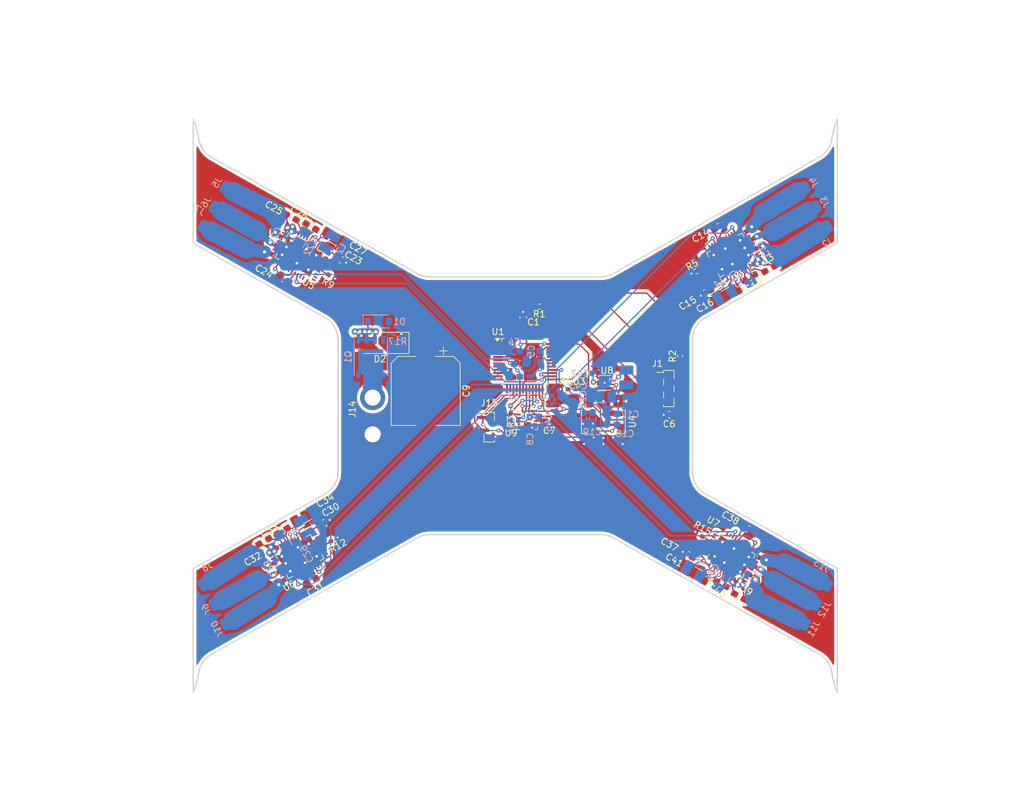
<source format=kicad_pcb>
(kicad_pcb (version 20241229) (generator "pcbnew") (generator_version "9.0")
  (layers (0 "F.Cu" signal) (4 "In1.Cu" power "GND") (6 "In2.Cu" power "VBAT") (2 "B.Cu" signal) (13 "F.Paste" user) (15 "B.Paste" user) (5 "F.SilkS" user "F.Silkscreen") (7 "B.SilkS" user "B.Silkscreen") (1 "F.Mask" user) (3 "B.Mask" user) (25 "Edge.Cuts" user))
  (net 0 "")
  (net 1 "+3V3")
  (net 2 "/mcu/USB_DM")
  (net 3 "/mcu/USB_DP")
  (net 4 "IMU_CS")
  (net 5 "IMU_INT")
  (net 6 "IMU_SCK")
  (net 7 "IMU_MISO")
  (net 8 "IMU_MOSI")
  (net 9 "VBK_M1")
  (net 10 "Net-(U5-DVDD)")
  (net 11 "Net-(U5-AVDD)")
  (net 12 "Net-(U5-CP)")
  (net 13 "Net-(U5-CPL)")
  (net 14 "Net-(U5-CPH)")
  (net 15 "VBK_M2")
  (net 16 "Net-(U6-DVDD)")
  (net 17 "Net-(U6-AVDD)")
  (net 18 "Net-(U6-CP)")
  (net 19 "Net-(U6-CPL)")
  (net 20 "Net-(U6-CPH)")
  (net 21 "VBK_M3")
  (net 22 "Net-(U7-DVDD)")
  (net 23 "Net-(U7-AVDD)")
  (net 24 "Net-(U7-CP)")
  (net 25 "Net-(U7-CPL)")
  (net 26 "Net-(U7-CPH)")
  (net 27 "VBK_M4")
  (net 28 "Net-(U5-SW_BK)")
  (net 29 "Net-(U6-SW_BK)")
  (net 30 "Net-(U7-SW_BK)")
  (net 31 "DRVOFF_ALL")
  (net 32 "Net-(U5-BRAKE)")
  (net 33 "Net-(U6-BRAKE)")
  (net 34 "Net-(U7-BRAKE)")
  (net 35 "M4_PWM")
  (net 36 "M3_PWM")
  (net 37 "M1_PWM")
  (net 38 "M2_PWM")
  (net 39 "/motor_esc1/M1_C")
  (net 40 "/motor_esc1/M1_A")
  (net 41 "/motor_esc1/M1_B")
  (net 44 "/motor_esc2/M2_C")
  (net 45 "/motor_esc2/M2_B")
  (net 50 "/motor_esc2/M2_A")
  (net 56 "/motor_esc3/M3_A")
  (net 57 "/motor_esc3/M3_B")
  (net 58 "/motor_esc3/M3_C")
  (net 62 "/motor_esc4/M4_B")
  (net 66 "/motor_esc4/M4_C")
  (net 67 "/motor_esc4/M4_A")
  (net 72 "Net-(D1-A)")
  (net 73 "VBAT")
  (net 74 "GND")
  (net 75 "+5V")
  (net 76 "CRSF_TX")
  (net 77 "CRSF_RX")
  (net 78 "Net-(U9-REGOUT)")
  (net 81 "Net-(D3-K)")
  (net 82 "Net-(U1-VDDCORE)")
  (net 94 "Net-(U3-BRAKE)")
  (net 95 "Net-(U3-SW_BK)")
  (net 96 "Net-(U3-DVDD)")
  (net 97 "Net-(U3-AVDD)")
  (net 98 "Net-(U3-CP)")
  (net 99 "Net-(U3-CPL)")
  (net 100 "Net-(U3-CPH)")
  (net 117 "Net-(J1-SWDIO)")
  (net 118 "Net-(J1-RESET)")
  (net 119 "Net-(J1-SWCLK)")
  (net 120 "Net-(U1-PA31)")
  (net 123 "Net-(J14-Pin_2)")
  (net 124 "Net-(U8-SW)")
  (footprint "Capacitor_SMD:C_0603_1608Metric_Pad1.08x0.95mm_HandSolder" (layer "F.Cu") (at 186.118864 119.127355 -29.4758)
    (property "Reference" "C38")
    (property "Value" "1uF")
  )
  (footprint "Capacitor_SMD:C_0603_1608Metric_Pad1.08x0.95mm_HandSolder" (layer "F.Cu") (at 120.44 118.15 29.476)
    (property "Reference" "C30")
    (property "Value" "1uF")
  )
  (footprint "Resistor_SMD:R_0402_1005Metric_Pad0.72x0.64mm_HandSolder" (layer "F.Cu") (at 121.9 120.74 -150.524)
    (property "Reference" "R12")
    (property "Value" "10k")
  )
  (footprint "Capacitor_SMD:C_0603_1608Metric_Pad1.08x0.95mm_HandSolder" (layer "F.Cu") (at 155.272501 102.42 180)
    (property "Reference" "C7")
    (property "Value" "100nF")
  )
  (footprint "Package_SON:WSON-8-1EP_2x2mm_P0.5mm_EP0.9x1.6mm" (layer "F.Cu") (at 163.85 96.425)
    (property "Reference" "U8")
    (property "Value" "TPS62162DSG")
  )
  (footprint "Capacitor_SMD:C_0603_1608Metric_Pad1.08x0.95mm_HandSolder" (layer "F.Cu") (at 181.66914 72.175 29.476)
    (property "Reference" "C14")
    (property "Value" "1uF")
  )
  (footprint "Capacitor_SMD:C_0603_1608Metric_Pad1.08x0.95mm_HandSolder" (layer "F.Cu") (at 179.55 82.475 -150.524)
    (property "Reference" "C15")
    (property "Value" "1uF")
  )
  (footprint "Capacitor_SMD:C_0603_1608Metric_Pad1.08x0.95mm_HandSolder" (layer "F.Cu") (at 118.30914 127.274401 -150.524)
    (property "Reference" "C31")
    (property "Value" "1uF")
  )
  (footprint "MCF8316:MCF8316A_RGF0040E_VQFN-40-1EP_7x5mm_P0.5mm_EP5.5x3.5mm" (layer "F.Cu") (at 116.50165 76.60963 150.524)
    (property "Reference" "U5")
    (property "Value" "MCF8316A")
  )
  (footprint "Capacitor_SMD:C_0603_1608Metric_Pad1.08x0.95mm_HandSolder" (layer "F.Cu") (at 173.9 101.4 180)
    (property "Reference" "C6")
    (property "Value" "4.7uF")
  )
  (footprint "Capacitor_SMD:C_0603_1608Metric_Pad1.08x0.95mm_HandSolder" (layer "F.Cu") (at 114.07 80.28 150.524)
    (property "Reference" "C24")
    (property "Value" "1uF")
  )
  (footprint "Resistor_SMD:R_0402_1005Metric_Pad0.72x0.64mm_HandSolder" (layer "F.Cu") (at 178.025 79.15 29.476)
    (property "Reference" "R5")
    (property "Value" "10k")
  )
  (footprint "MCF8316:MCF8316A_RGF0040E_VQFN-40-1EP_7x5mm_P0.5mm_EP5.5x3.5mm" (layer "F.Cu") (at 116.50165 123.39037 -150.5241)
    (property "Reference" "U6")
    (property "Value" "MCF8316A")
  )
  (footprint "MCF8316:MCF8316A_RGF0040E_VQFN-40-1EP_7x5mm_P0.5mm_EP5.5x3.5mm" (layer "F.Cu") (at 183.49835 123.39037 -29.475889)
    (property "Reference" "U7")
    (property "Value" "MCF8316A")
  )
  (footprint "Capacitor_SMD:C_0603_1608Metric_Pad1.08x0.95mm_HandSolder" (layer "F.Cu") (at 122.99 77.35 -29.476)
    (property "Reference" "C23")
    (property "Value" "1uF")
  )
  (footprint "Capacitor_SMD:C_1206_3216Metric_Pad1.33x1.80mm_HandSolder" (layer "F.Cu") (at 178.030106 126.097838 150.5242)
    (property "Reference" "C41")
    (property "Value" "22uF")
  )
  (footprint "Capacitor_SMD:C_0603_1608Metric_Pad1.08x0.95mm_HandSolder" (layer "F.Cu") (at 115.22 70.7 150.5242)
    (property "Reference" "C25")
    (property "Value" "1uF")
  )
  (footprint "Capacitor_SMD:C_0603_1608Metric_Pad1.08x0.95mm_HandSolder" (layer "F.Cu") (at 189.5 78.725 29.476)
    (property "Reference" "C13")
    (property "Value" "1uF")
  )
  (footprint "Capacitor_SMD:C_0603_1608Metric_Pad1.08x0.95mm_HandSolder" (layer "F.Cu") (at 110.95914 121.054401 -150.524)
    (property "Reference" "C32")
    (property "Value" "1uF")
  )
  (footprint "Capacitor_SMD:C_0603_1608Metric_Pad1.08x0.95mm_HandSolder" (layer "F.Cu") (at 181.985407 127.626923 150.5242)
    (property "Reference" "C40")
    (property "Value" "47nF")
  )
  (footprint "Capacitor_SMD:C_0603_1608Metric_Pad1.08x0.95mm_HandSolder" (layer "F.Cu") (at 176.759139 123.105602 150.5242)
    (property "Reference" "C37")
    (property "Value" "1uF")
  )
  (footprint "Connector_Wire:SolderWire-2sqmm_1x02_P7.8mm_D2mm_OD3.9mm" (layer "F.Cu") (at 127.855 104.43 90)
    (property "Reference" "J14")
    (property "Value" "Conn_01x02" (hide yes))
  )
  (footprint "Capacitor_SMD:C_1206_3216Metric_Pad1.33x1.80mm_HandSolder" (layer "F.Cu") (at 117.29 117.17 29.476)
    (property "Reference" "C34")
    (property "Value" "22uF")
  )
  (footprint "Capacitor_SMD:C_0603_1608Metric_Pad1.08x0.95mm_HandSolder" (layer "F.Cu") (at 184.788056 129.616464 -29.475)
    (property "Reference" "C39")
    (property "Value" "1uF")
  )
  (footprint "Connector_PinSocket_1.00mm:PinSocket_1x04_P1.00mm_Vertical_SMD_Pin1Left" (layer "F.Cu") (at 145.955 103.31)
    (property "Reference" "J15")
    (property "Value" "Conn_01x04_Socket")
  )
  (footprint "Resistor_SMD:R_0402_1005Metric_Pad0.72x0.64mm_HandSolder" (layer "F.Cu") (at 121.515612 79.950996 150.524)
    (property "Reference" "R9")
    (property "Value" "10k")
  )
  (footprint "Package_QFP:TQFP-48_7x7mm_P0.5mm" (layer "F.Cu") (at 151.4655 93.163)
    (property "Reference" "U1")
    (property "Value" "ATSAMD21G18A-A")
  )
  (footprint "Capacitor_SMD:C_1206_3216Metric_Pad1.33x1.80mm_HandSolder" (layer "F.Cu") (at 183 82.7 -150.524)
    (property "Reference" "C16")
    (property "Value" "22uF")
  )
  (footprint "LED_SMD:LED_0402_1005Metric_Pad0.77x0.64mm_HandSolder" (layer "F.Cu") (at 159.94 97.42)
    (property "Reference" "D3")
    (property "Value" "LED_Small")
  )
  (footprint "Package_LGA:LGA-16_3x3mm_P0.5mm" (layer "F.Cu") (at 151.868769 102.115 -90)
    (property "Reference" "U9")
    (property "Value" "ICM-20602")
  )
  (footprint "Capacitor_SMD:C_0603_1608Metric_Pad1.08x0.95mm_HandSolder" (layer "F.Cu") (at 118.269139 72.165602 -29.4758)
    (property "Reference" "C26")
    (property "Value" "47nF")
  )
  (footprint "Resistor_SMD:R_0402_1005Metric_Pad0.72x0.64mm_HandSolder" (layer "F.Cu") (at 178.505609 120.004644 -29.4758)
    (property "Reference" "R15")
    (property "Value" "10k")
  )
  (footprint "Diode_SMD:D_SMA_Handsoldering" (layer "F.Cu") (at 128.99 90.24 180)
    (property "Reference" "D2")
    (property "Value" "SMAJ18A")
  )
  (footprint "Resistor_SMD:R_0402_1005Metric_Pad0.72x0.64mm_HandSolder" (layer "F.Cu") (at 149.27 100.59 -90)
    (property "Reference" "R3")
    (property "Value" "10k")
  )
  (footprint "Resistor_SMD:R_0402_1005Metric_Pad0.72x0.64mm_HandSolder" (layer "F.Cu") (at 175.59 92.3025 90)
    (property "Reference" "R2")
    (property "Value" "33")
  )
  (footprint "Capacitor_SMD:C_0603_1608Metric_Pad1.08x0.95mm_HandSolder" (layer "F.Cu") (at 151.2216 86.277 -90)
    (property "Reference" "C1")
    (property "Value" "1uF" (hide yes))
  )
  (footprint "Capacitor_SMD:C_1206_3216Metric_Pad1.33x1.80mm_HandSolder" (layer "F.Cu") (at 122.05 73.99 -29.4758)
    (property "Reference" "C27")
    (property "Value" "22uF")
  )
  (footprint "MCF8316:MCF8316A_RGF0040E_VQFN-40-1EP_7x5mm_P0.5mm_EP5.5x3.5mm" (layer "F.Cu") (at 183.49835 76.60963 29.475889)
    (property "Reference" "U3")
    (property "Value" "MCF8316A")
  )
  (footprint "Capacitor_SMD:CP_Elec_10x10.5" (layer "F.Cu") (at 136.09 97.689999 -90)
    (property "Reference" "C9")
    (property "Value" "330uF")
  )
  (footprint "Resistor_SMD:R_0402_1005Metric_Pad0.72x0.64mm_HandSolder" (layer "F.Cu") (at 153.7292 84.5782 180)
    (property "Reference" "R1")
    (property "Value" "10k")
  )
  (footprint "Connector_PinSocket_1.00mm:PinSocket_1x05_P1.00mm_Vertical_SMD_Pin1Left" (layer "F.Cu") (at 173.84 97.33)
    (property "Reference" "J1")
    (property "Value" "Conn_01x05_Socket")
  )
  (footprint "Capacitor_SMD:C_0603_1608Metric_Pad1.08x0.95mm_HandSolder" (layer "F.Cu") (at 113.82914 119.434401 29.476)
    (property "Reference" "C33")
    (property "Value" "47nF")
  )
  (footprint "Package_TO_SOT_SMD:SOT-223-3_TabPin2" (layer "F.Cu") (at 163.675 102.425 -90)
    (property "Reference" "U4")
    (property "Value" "MCP1826S")
  )
  (footprint "Capacitor_SMD:C_0603_1608Metric_Pad1.08x0.95mm_HandSolder" (layer "F.Cu") (at 186.35 80.1 -150.524)
    (property "Reference" "C12")
    (property "Value" "47nF")
  )
  (footprint "Resistor_SMD:R_0402_1005Metric_Pad0.72x0.64mm_HandSolder" (layer "F.Cu") (at 157.61 97.43 180)
    (property "Reference" "R6")
    (property "Value" "220")
  )
  (footprint "Inductor_SMD:L_1008_2520Metric_Pad1.43x2.20mm_HandSolder" (layer "B.Cu") (at 121.14 74.62 60.524)
    (property "Reference" "L2")
    (property "Value" "2.2uH")
  )
  (footprint "Capacitor_SMD:C_0603_1608Metric_Pad1.08x0.95mm_HandSolder" (layer "B.Cu") (at 153.7 102.61 90)
    (property "Reference" "C45")
    (property "Value" "2.2uF")
  )
  (footprint "Capacitor_SMD:C_0603_1608Metric_Pad1.08x0.95mm_HandSolder" (layer "B.Cu") (at 186.43 125.38 60.524)
    (property "Reference" "C35")
    (property "Value" "100nF")
  )
  (footprint "Capacitor_SMD:C_1206_3216Metric_Pad1.33x1.80mm_HandSolder" (layer "B.Cu") (at 185.768842 79.454854 -60.524)
    (property "Reference" "C10")
    (property "Value" "22uF")
  )
  (footprint "Capacitor_SMD:C_0603_1608Metric_Pad1.08x0.95mm_HandSolder" (layer "B.Cu") (at 164.912499 102.9)
    (property "Reference" "C18")
    (property "Value" "10uF")
  )
  (footprint "Connector_Wire:SolderWirePad_1x01_SMD_2x4mm" (layer "B.Cu") (at 102.69495 127.17377 -60.524)
    (property "Reference" "J8")
    (property "Value" "SolderWirePad_1x01_SMD_2x4mm" (hide yes))
  )
  (footprint "Capacitor_SMD:C_0603_1608Metric_Pad1.08x0.95mm_HandSolder" (layer "B.Cu") (at 113.95 74.33 -119.476)
    (property "Reference" "C21")
    (property "Value" "100nF")
  )
  (footprint "Capacitor_SMD:C_1206_3216Metric_Pad1.33x1.80mm_HandSolder" (layer "B.Cu") (at 116.59 74.4 60.524)
    (property "Reference" "C22")
    (property "Value" "22uF")
  )
  (footprint "Package_SO:PowerPAK_SO-8_Single" (layer "B.Cu") (at 127.56 92.435 -90)
    (property "Reference" "Q1")
    (property "Value" "Si7139DP")
  )
  (footprint "Capacitor_SMD:C_0603_1608Metric_Pad1.08x0.95mm_HandSolder" (layer "B.Cu") (at 162.937499 94.975)
    (property "Reference" "C42")
    (property "Value" "10uF")
  )
  (footprint "Connector_Wire:SolderWirePad_1x01_SMD_2x4mm" (layer "B.Cu") (at 193.86064 66.73229 119.4759)
    (property "Reference" "J4")
    (property "Value" "SolderWirePad_1x01_SMD_2x4mm" (hide yes))
  )
  (footprint "Capacitor_SMD:C_0603_1608Metric_Pad1.08x0.95mm_HandSolder" (layer "B.Cu") (at 162.03 101.892501 -90)
    (property "Reference" "C19")
    (property "Value" "100nF")
  )
  (footprint "Capacitor_SMD:C_0603_1608Metric_Pad1.08x0.95mm_HandSolder" (layer "B.Cu") (at 187.15 76.3 119.476)
    (property "Reference" "C11")
    (property "Value" "100nF")
  )
  (footprint "Inductor_SMD:L_1008_2520Metric_Pad1.43x2.20mm_HandSolder" (layer "B.Cu") (at 167.225 95.612499 -90)
    (property "Reference" "L5")
    (property "Value" "2.2uH")
  )
  (footprint "Capacitor_SMD:C_1206_3216Metric_Pad1.33x1.80mm_HandSolder" (layer "B.Cu") (at 182.238387 126.796286 -119.4758)
    (property "Reference" "C36")
    (property "Value" "22uF")
  )
  (footprint "Capacitor_SMD:C_0603_1608Metric_Pad1.08x0.95mm_HandSolder" (layer "B.Cu") (at 149.8255 91.5005 180)
    (property "Reference" "C4")
    (property "Value" "100nF")
  )
  (footprint "Connector_Wire:SolderWirePad_1x01_SMD_2x4mm" (layer "B.Cu") (at 102.695 72.826 -119.476)
    (property "Reference" "J7")
    (property "Value" "SolderWirePad_1x01_SMD_2x4mm" (hide yes))
  )
  (footprint "Capacitor_SMD:C_0603_1608Metric_Pad1.08x0.95mm_HandSolder" (layer "B.Cu") (at 153.8255 92.363 -90)
    (property "Reference" "C5")
    (property "Value" "100nF")
  )
  (footprint "Capacitor_SMD:C_0603_1608Metric_Pad1.08x0.95mm_HandSolder" (layer "B.Cu") (at 164.925 101.25 180)
    (property "Reference" "C17")
    (property "Value" "100nF")
  )
  (footprint "Capacitor_SMD:C_0603_1608Metric_Pad1.08x0.95mm_HandSolder" (layer "B.Cu") (at 113.19 124.61 -60.524)
    (property "Reference" "C28")
    (property "Value" "100nF")
  )
  (footprint "Capacitor_SMD:C_0603_1608Metric_Pad1.08x0.95mm_HandSolder" (layer "B.Cu") (at 150.688 93.5005)
    (property "Reference" "C3")
    (property "Value" "100nF")
  )
  (footprint "Resistor_SMD:R_0402_1005Metric_Pad0.72x0.64mm_HandSolder" (layer "B.Cu") (at 155.73 99.0625 -90)
    (property "Reference" "R4")
    (property "Value" "10k")
  )
  (footprint "Capacitor_SMD:C_0603_1608Metric_Pad1.08x0.95mm_HandSolder" (layer "B.Cu") (at 152.23 102.61 90)
    (property "Reference" "C8")
    (property "Value" "100nF")
  )
  (footprint "Resistor_SMD:R_0402_1005Metric_Pad0.72x0.64mm_HandSolder" (layer "B.Cu") (at 131.71 88.85)
    (property "Reference" "R17")
    (property "Value" "100k")
  )
  (footprint "Capacitor_SMD:C_1206_3216Metric_Pad1.33x1.80mm_HandSolder" (layer "B.Cu") (at 114.21 121.47 119.476)
    (property "Reference" "C29")
    (property "Value" "22uF")
  )
  (footprint "Diode_SMD:D_SOD-123" (layer "B.Cu") (at 128.725 86.9)
    (property "Reference" "D1")
    (property "Value" "BZT52H-B12")
  )
  (footprint "Inductor_SMD:L_1008_2520Metric_Pad1.43x2.20mm_HandSolder" (layer "B.Cu") (at 177.7227 125.684144 150.524)
    (property "Reference" "L4")
    (property "Value" "2.2uH")
  )
  (footprint "Capacitor_SMD:C_0603_1608Metric_Pad1.08x0.95mm_HandSolder" (layer "B.Cu") (at 149.8255 95.5005 180)
    (property "Reference" "C2")
    (property "Value" "100nF")
  )
  (footprint "Connector_Wire:SolderWirePad_1x01_SMD_2x4mm" (layer "B.Cu") (at 104.41716 69.77926 -119.476)
    (property "Reference" "J6")
    (property "Value" "SolderWirePad_1x01_SMD_2x4mm" (hide yes))
  )
  (footprint "Connector_Wire:SolderWirePad_1x01_SMD_2x4mm" (layer "B.Cu") (at 195.58284 69.77926 119.4759)
    (property "Reference" "J3")
    (property "Value" "SolderWirePad_1x01_SMD_2x4mm" (hide yes))
  )
  (footprint "Connector_Wire:SolderWirePad_1x01_SMD_2x4mm" (layer "B.Cu") (at 197.305 72.826 119.4759)
    (property "Reference" "J2")
    (property "Value" "SolderWirePad_1x01_SMD_2x4mm" (hide yes))
  )
  (footprint "Connector_Wire:SolderWirePad_1x01_SMD_2x4mm" (layer "B.Cu") (at 197.30505 127.174 60.524)
    (property "Reference" "J13")
    (property "Value" "SolderWirePad_1x01_SMD_2x4mm" (hide yes))
  )
  (footprint "Connector_Wire:SolderWirePad_1x01_SMD_2x4mm" (layer "B.Cu") (at 193.86064 133.26771 60.524)
    (property "Reference" "J11")
    (property "Value" "SolderWirePad_1x01_SMD_2x4mm" (hide yes))
  )
  (footprint "Connector_Wire:SolderWirePad_1x01_SMD_2x4mm" (layer "B.Cu") (at 106.13936 66.73229 -119.476)
    (property "Reference" "J5")
    (property "Value" "SolderWirePad_1x01_SMD_2x4mm" (hide yes))
  )
  (footprint "Connector_Wire:SolderWirePad_1x01_SMD_2x4mm" (layer "B.Cu") (at 195.58284 130.22074 60.524)
    (property "Reference" "J12")
    (property "Value" "SolderWirePad_1x01_SMD_2x4mm" (hide yes))
  )
  (footprint "Capacitor_SMD:C_1206_3216Metric_Pad1.33x1.80mm_HandSolder" (layer "B.Cu") (at 163.4 98.6 180)
    (property "Reference" "C43")
    (property "Value" "22uF")
  )
  (footprint "Connector_Wire:SolderWirePad_1x01_SMD_2x4mm" (layer "B.Cu") (at 106.13936 133.26771 -60.524)
    (property "Reference" "J10")
    (property "Value" "SolderWirePad_1x01_SMD_2x4mm" (hide yes))
  )
  (footprint "Capacitor_SMD:C_0603_1608Metric_Pad1.08x0.95mm_HandSolder" (layer "B.Cu") (at 160.52 101.94 90)
    (property "Reference" "C20")
    (property "Value" "10uF")
  )
  (footprint "Inductor_SMD:L_1008_2520Metric_Pad1.43x2.20mm_HandSolder" (layer "B.Cu") (at 182.487027 82.75 -150.524)
    (property "Reference" "L1")
    (property "Value" "2.2uH")
  )
  (footprint "Capacitor_SMD:C_0402_1005Metric_Pad0.74x0.62mm_HandSolder" (layer "B.Cu") (at 150.42 102.88 90)
    (property "Reference" "C44")
    (property "Value" "10nF")
  )
  (footprint "Connector_Wire:SolderWirePad_1x01_SMD_2x4mm" (layer "B.Cu") (at 104.41716 130.22074 -60.524)
    (property "Reference" "J9")
    (property "Value" "SolderWirePad_1x01_SMD_2x4mm" (hide yes))
  )
  (footprint "Inductor_SMD:L_1008_2520Metric_Pad1.43x2.20mm_HandSolder" (layer "B.Cu") (at 117.31 118.85 -60.524)
    (property "Reference" "L3")
    (property "Value" "2.2uH")
  )
  (gr_arc (start 102.837574 61.42002) (mid 101.521018 60.203481) (end 100.851495 58.540647) (stroke (width 0.2)) (layer "Edge.Cuts"))
  (gr_arc (start 199.148505 58.540647) (mid 199.481591 56.994375) (end 200 55.5) (stroke (width 0.2)) (layer "Edge.Cuts"))
  (gr_arc (start 179.531771 113.681958) (mid 178.045082 112.21553) (end 177.499999 110.199707) (stroke (width 0.2)) (layer "Edge.Cuts"))
  (gr_arc (start 197.162426 138.57998) (mid 198.486887 139.791065) (end 199.148505 141.459353) (stroke (width 0.2)) (layer "Edge.Cuts"))
  (gr_line (start 200 74.749043) (end 179.531771 86.318042) (stroke (width 0.2)) (layer "Edge.Cuts"))
  (gr_line (start 177.499999 89.800293) (end 177.499999 110.199707) (stroke (width 0.2)) (layer "Edge.Cuts"))
  (gr_line (start 134.793828 120.517749) (end 102.837574 138.57998) (stroke (width 0.2)) (layer "Edge.Cuts"))
  (gr_line (start 179.531771 113.681958) (end 200 125.250957) (stroke (width 0.2)) (layer "Edge.Cuts"))
  (gr_arc (start 120.468229 86.318042) (mid 121.95492 87.78447) (end 122.500001 89.800293) (stroke (width 0.2)) (layer "Edge.Cuts"))
  (gr_line (start 100 125.250957) (end 120.468229 113.681958) (stroke (width 0.2)) (layer "Edge.Cuts"))
  (gr_arc (start 134.793828 120.517749) (mid 135.744463 120.131602) (end 136.762057 120) (stroke (width 0.2)) (layer "Edge.Cuts"))
  (gr_arc (start 100 55.5) (mid 100.51841 56.994375) (end 100.851495 58.540647) (stroke (width 0.2)) (layer "Edge.Cuts"))
  (gr_arc (start 199.148505 58.540647) (mid 198.486897 60.208945) (end 197.162426 61.42002) (stroke (width 0.2)) (layer "Edge.Cuts"))
  (gr_arc (start 100.851495 141.459353) (mid 101.513112 139.791064) (end 102.837574 138.57998) (stroke (width 0.2)) (layer "Edge.Cuts"))
  (gr_line (start 163.237943 120) (end 136.762057 120) (stroke (width 0.2)) (layer "Edge.Cuts"))
  (gr_line (start 100 74.749043) (end 100 55.5) (stroke (width 0.2)) (layer "Edge.Cuts"))
  (gr_line (start 200 55.5) (end 200 74.749043) (stroke (width 0.2)) (layer "Edge.Cuts"))
  (gr_arc (start 163.237943 120) (mid 164.255537 120.131602) (end 165.206172 120.517749) (stroke (width 0.2)) (layer "Edge.Cuts"))
  (gr_arc (start 200 144.5) (mid 199.48159 143.005626) (end 199.148505 141.459353) (stroke (width 0.2)) (layer "Edge.Cuts"))
  (gr_line (start 136.762057 80) (end 163.237943 80) (stroke (width 0.2)) (layer "Edge.Cuts"))
  (gr_line (start 122.500001 110.199707) (end 122.500001 89.800293) (stroke (width 0.2)) (layer "Edge.Cuts"))
  (gr_arc (start 177.499999 89.800293) (mid 178.045084 87.784472) (end 179.531771 86.318042) (stroke (width 0.2)) (layer "Edge.Cuts"))
  (gr_line (start 102.837574 61.42002) (end 134.793828 79.482251) (stroke (width 0.2)) (layer "Edge.Cuts"))
  (gr_line (start 120.468229 86.318042) (end 100 74.749043) (stroke (width 0.2)) (layer "Edge.Cuts"))
  (gr_line (start 100 144.5) (end 100 125.250957) (stroke (width 0.2)) (layer "Edge.Cuts"))
  (gr_line (start 197.162426 138.57998) (end 165.206172 120.517749) (stroke (width 0.2)) (layer "Edge.Cuts"))
  (gr_arc (start 100.851495 141.459353) (mid 100.51841 143.005626) (end 100 144.5) (stroke (width 0.2)) (layer "Edge.Cuts"))
  (gr_arc (start 165.206172 79.482251) (mid 164.255537 79.868399) (end 163.237943 80) (stroke (width 0.2)) (layer "Edge.Cuts"))
  (gr_arc (start 122.500001 110.199707) (mid 121.954919 112.21553) (end 120.468229 113.681958) (stroke (width 0.2)) (layer "Edge.Cuts"))
  (gr_line (start 165.206172 79.482251) (end 197.162426 61.42002) (stroke (width 0.2)) (layer "Edge.Cuts"))
  (gr_arc (start 136.762057 80) (mid 135.744467 79.868388) (end 134.793828 79.482251) (stroke (width 0.2)) (layer "Edge.Cuts"))
  (gr_line (start 200 125.250957) (end 200 144.5) (stroke (width 0.2)) (layer "Edge.Cuts"))
  (segment (start 153.143769 101.365) (end 152.618769 100.84) (width 0.2) (layer "F.Cu") (net 1))
  (segment (start 149.1885 93.363) (end 148.7385 92.913) (width 0.2) (layer "F.Cu") (net 1))
  (segment (start 150.7025 97.3385) (end 150.7155 97.3255) (width 0.2) (layer "F.Cu") (net 1))
  (segment (start 150.8255 90.5005) (end 150.7155 90.3905) (width 0.2) (layer "F.Cu") (net 1))
  (segment (start 154.5805 90.413) (end 155.628 90.413) (width 0.2) (layer "F.Cu") (net 1))
  (segment (start 155.6285 85.5644) (end 154.3267 84.5782) (width 0.2) (layer "F.Cu") (net 1))
  (segment (start 155.628 90.413) (end 155.6285 90.413) (width 0.2) (layer "F.Cu") (net 1))
  (segment (start 173.986501 102.176) (end 164.276 102.176) (width 0.2) (layer "F.Cu") (net 1))
  (segment (start 154.5285 90.3608) (end 154.5805 90.413) (width 0.2) (layer "F.Cu") (net 1))
  (segment (start 147.303 92.913) (end 147.3025 92.913) (width 0.2) (layer "F.Cu") (net 1))
  (segment (start 160.5125 97.42) (end 161.375 97.42) (width 0.2) (layer "F.Cu") (net 1))
  (segment (start 150.7155 94.8905) (end 150.7155 97.3255) (width 0.2) (layer "F.Cu") (net 1))
  (segment (start 152.645 101.365) (end 152.25 101.76) (width 0.2) (layer "F.Cu") (net 1))
  (segment (start 152.618769 100.84) (end 154.14 100.84) (width 0.2) (layer "F.Cu") (net 1))
  (segment (start 153.143769 101.365) (end 152.645 101.365) (width 0.2) (layer "F.Cu") (net 1))
  (segment (start 164.276 102.176) (end 161.375 99.275) (width 0.2) (layer "F.Cu") (net 1))
  (segment (start 150.7025 97.3382) (end 150.7155 97.3255) (width 0.2) (layer "F.Cu") (net 1))
  (segment (start 150.7155 98.547) (end 150.7155 97.3255) (width 0.2) (layer "F.Cu") (net 1))
  (segment (start 155.6285 85.5644) (end 155.6285 90.413) (width 0.2) (layer "F.Cu") (net 1))
  (segment (start 157.525 100.55) (end 159.245002 100.55) (width 0.2) (layer "F.Cu") (net 1))
  (segment (start 154.14 100.84) (end 157.235 100.84) (width 0.2) (layer "F.Cu") (net 1))
  (segment (start 150.7155 90.3905) (end 150.7155 89.0005) (width 0.2) (layer "F.Cu") (net 1))
  (segment (start 159.895962 90.413) (end 161.375 91.892038) (width 0.2) (layer "F.Cu") (net 1))
  (segment (start 161.375 97.42) (end 161.375 91.892038) (width 0.2) (layer "F.Cu") (net 1))
  (segment (start 159.245002 100.55) (end 159.25 100.545002) (width 0.2) (layer "F.Cu") (net 1))
  (segment (start 174.762501 101.4) (end 174.762501 98.382499) (width 0.2) (layer "F.Cu") (net 1))
  (segment (start 160.104998 100.545002) (end 160.58 100.07) (width 0.2) (layer "F.Cu") (net 1))
  (segment (start 174.762501 101.4) (end 173.986501 102.176) (width 0.2) (layer "F.Cu") (net 1))
  (segment (start 155.628 90.413) (end 159.895962 90.413) (width 0.2) (layer "F.Cu") (net 1))
  (segment (start 148.7385 92.913) (end 147.303 92.913) (width 0.2) (layer "F.Cu") (net 1))
  (segment (start 161.375 99.275) (end 161.375 97.42) (width 0.2) (layer "F.Cu") (net 1))
  (segment (start 157.235 100.84) (end 157.525 100.55) (width 0.2) (layer "F.Cu") (net 1))
  (segment (start 159.25 100.545002) (end 160.104998 100.545002) (width 0.2) (layer "F.Cu") (net 1))
  (segment (start 174.762501 98.382499) (end 174.815 98.33) (width 0.2) (layer "F.Cu") (net 1))
  (segment (start 149.27 99.98) (end 150.7155 98.547) (width 0.2) (layer "F.Cu") (net 1))
  (segment (start 160.58 100.07) (end 161.375 99.275) (width 0.2) (layer "F.Cu") (net 1))
  (segment (start 150.3255 94.5005) (end 150.7155 94.8905) (width 0.2) (layer "F.Cu") (net 1))
  (via (at 160.58 100.07) (size 0.6) (drill 0.3) (layers "F.Cu" "B.Cu") (net 1))
  (via (at 157.51 100.52) (size 0.6) (drill 0.3) (layers "F.Cu" "B.Cu") (net 1))
  (via (at 150.8255 90.5005) (size 0.6) (drill 0.3) (layers "F.Cu" "B.Cu") (net 1))
  (via (at 149.27 99.98) (size 0.6) (drill 0.3) (layers "F.Cu" "B.Cu") (net 1))
  (via (at 150.3255 94.5005) (size 0.6) (drill 0.3) (layers "F.Cu" "B.Cu") (net 1))
  (via (at 152.25 101.76) (size 0.6) (drill 0.3) (layers "F.Cu" "B.Cu") (net 1))
  (via (at 149.1885 93.363) (size 0.6) (drill 0.3) (layers "F.Cu" "B.Cu") (net 1))
  (via (at 154.5285 90.3608) (size 0.6) (drill 0.3) (layers "F.Cu" "B.Cu") (net 1))
  (segment (start 153.8255 91.0636) (end 154.5285 90.3608) (width 0.2) (layer "B.Cu") (net 1))
  (segment (start 161.982501 101.077499) (end 162.03 101.03) (width 0.2) (layer "B.Cu") (net 1))
  (segment (start 151.997499 101.73) (end 151.98 101.747499) (width 0.2) (layer "B.Cu") (net 1))
  (segment (start 152.39 101.73) (end 151.997499 101.73) (width 0.2) (layer "B.Cu") (net 1))
  (segment (start 150.215028 101.754972) (end 149.27 100.809943) (width 0.2) (layer "B.Cu") (net 1))
  (segment (start 150.6885 95.5005) (end 150.6885 94.863) (width 0.2) (layer "B.Cu") (net 1))
  (segment (start 150.3255 94.5005) (end 150.3255 94.5) (width 0.2) (layer "B.Cu") (net 1))
  (segment (start 156.65 99.66) (end 157.51 100.52) (width 0.2) (layer "B.Cu") (net 1))
  (segment (start 150.9652 90.3608) (end 150.8255 90.5005) (width 0.2) (layer "B.Cu") (net 1))
  (segment (start 153.7 101.747499) (end 152.23 101.747499) (width 0.2) (layer "B.Cu") (net 1))
  (segment (start 149.27 99.98) (end 149.27 99.69) (width 0.2) (layer "B.Cu") (net 1))
  (segment (start 150.6885 94.863) (end 150.3255 94.5005) (width 0.2) (layer "B.Cu") (net 1))
  (segment (start 149.1885 93.363) (end 149.688 93.363) (width 0.2) (layer "B.Cu") (net 1))
  (segment (start 153.8255 91.5005) (end 153.8255 91.0636) (width 0.2) (layer "B.Cu") (net 1))
  (segment (start 151.539 102.471) (end 150.931057 102.471) (width 0.2) (layer "B.Cu") (net 1))
  (segment (start 160.58 100.07) (end 160.58 101.017499) (width 0.2) (layer "B.Cu") (net 1))
  (segment (start 149.27 100.809943) (end 149.27 99.98) (width 0.2) (layer "B.Cu") (net 1))
  (segment (start 154.5285 90.3608) (end 150.9652 90.3608) (width 0.2) (layer "B.Cu") (net 1))
  (segment (start 149.1885 93.363) (end 149.3255 93.5005) (width 0.2) (layer "B.Cu") (net 1))
  (segment (start 149.688 93.363) (end 149.8255 93.5005) (width 0.2) (layer "B.Cu") (net 1))
  (segment (start 150.42 102.3125) (end 150.215028 101.754972) (width 0.2) (layer "B.Cu") (net 1))
  (segment (start 150.688 95.5005) (end 150.6885 95.5005) (width 0.2) (layer "B.Cu") (net 1))
  (segment (start 150.6885 90.638) (end 150.8255 90.5005) (width 0.2) (layer "B.Cu") (net 1))
  (segment (start 155.73 99.66) (end 156.65 99.66) (width 0.2) (layer "B.Cu") (net 1))
  (segment (start 150.688 91.5005) (end 150.6885 91.5005) (width 0.2) (layer "B.Cu") (net 1))
  (segment (start 150.8255 91.363) (end 150.688 91.5005) (width 0.2) (layer "B.Cu") (net 1))
  (segment (start 150.931057 102.471) (end 150.42 102.3125) (width 0.2) (layer "B.Cu") (net 1))
  (segment (start 152.25 101.76) (end 151.539 102.471) (width 0.2) (layer "B.Cu") (net 1))
  (segment (start 160.58 101.017499) (end 160.52 101.077499) (width 0.2) (layer "B.Cu") (net 1))
  (segment (start 151.98 101.747499) (end 152.407499 101.747499) (width 0.2) (layer "B.Cu") (net 1))
  (segment (start 150.8255 90.5005) (end 150.8255 91.363) (width 0.2) (layer "B.Cu") (net 1))
  (segment (start 150.3255 94.5) (end 149.1885 93.363) (width 0.2) (layer "B.Cu") (net 1))
  (segment (start 160.52 101.077499) (end 161.982501 101.077499) (width 0.2) (layer "B.Cu") (net 1))
  (segment (start 153.41 99.36) (end 153.2155 99.1655) (width 0.2) (layer "F.Cu") (net 4))
  (segment (start 150.593769 101.365) (end 149.27 101.1875) (width 0.2) (layer "F.Cu") (net 4))
  (segment (start 153.2155 99.1655) (end 153.2155 97.3255) (width 0.2) (layer "F.Cu") (net 4))
  (segment (start 149.27 101.0455) (end 151.1155 99.2) (width 0.2) (layer "F.Cu") (net 4))
  (segment (start 151.11 99.2) (end 151.1155 99.2) (width 0.2) (layer "F.Cu") (net 4))
  (via (at 151.1155 99.2) (size 0.6) (drill 0.3) (layers "F.Cu" "B.Cu") (net 4))
  (via (at 153.41 99.36) (size 0.6) (drill 0.3) (layers "F.Cu" "B.Cu") (net 4))
  (segment (start 151.1155 99.2) (end 152.71 99.2) (width 0.2) (layer "B.Cu") (net 4))
  (segment (start 152.87 99.36) (end 153.41 99.36) (width 0.2) (layer "B.Cu") (net 4))
  (segment (start 152.71 99.2) (end 152.87 99.36) (width 0.2) (layer "B.Cu") (net 4))
  (segment (start 154.140702 99.176) (end 153.774 98.809298) (width 0.2) (layer "F.Cu") (net 5))
  (segment (start 151.022536 101.87) (end 151.017536 101.865) (width 0.2) (layer "F.Cu") (net 5))
  (segment (start 154.19 99.176) (end 154.140702 99.176) (width 0.2) (layer "F.Cu") (net 5))
  (segment (start 151.017536 101.865) (end 150.593769 101.865) (width 0.2) (layer "F.Cu") (net 5))
  (segment (start 153.7155 98.3415) (end 153.7155 97.3255) (width 0.2) (layer "F.Cu") (net 5))
  (segment (start 151.21 101.87) (end 151.022536 101.87) (width 0.2) (layer "F.Cu") (net 5))
  (segment (start 153.774 98.4) (end 153.7155 98.3415) (width 0.2) (layer "F.Cu") (net 5))
  (segment (start 153.91 100.24) (end 154.19 99.96) (width 0.2) (layer "F.Cu") (net 5))
  (segment (start 153.774 98.809298) (end 153.774 98.4) (width 0.2) (layer "F.Cu") (net 5))
  (segment (start 153.773011 100.24) (end 153.91 100.24) (width 0.2) (layer "F.Cu") (net 5))
  (segment (start 154.19 99.96) (end 154.19 99.176) (width 0.2) (layer "F.Cu") (net 5))
  (segment (start 151.25 101.83) (end 151.21 101.87) (width 0.2) (layer "F.Cu") (net 5))
  (segment (start 153.7515 97.3615) (end 153.7155 97.3255) (width 0.2) (layer "F.Cu") (net 5))
  (via (at 151.25 101.83) (size 0.6) (drill 0.3) (layers "F.Cu" "B.Cu") (net 5))
  (via (at 153.773011 100.24) (size 0.6) (drill 0.3) (layers "F.Cu" "B.Cu") (net 5))
  (segment (start 151.25 101.83) (end 151.18 101.76) (width 0.2) (layer "B.Cu") (net 5))
  (segment (start 151.4 100.93) (end 151.56 100.77) (width 0.2) (layer "B.Cu") (net 5))
  (segment (start 151.18 101.702536) (end 151.4 101.482536) (width 0.2) (layer "B.Cu") (net 5))
  (segment (start 151.4 101.482536) (end 151.4 100.93) (width 0.2) (layer "B.Cu") (net 5))
  (segment (start 151.18 101.76) (end 151.18 101.702536) (width 0.2) (layer "B.Cu") (net 5))
  (segment (start 151.56 100.77) (end 153.243011 100.77) (width 0.2) (layer "B.Cu") (net 5))
  (segment (start 153.243011 100.77) (end 153.773011 100.24) (width 0.2) (layer "B.Cu") (net 5))
  (segment (start 152.2155 100.318269) (end 152.2155 97.3255) (width 0.2) (layer "F.Cu") (net 6))
  (segment (start 152.118769 100.84) (end 152.118769 100.415) (width 0.2) (layer "F.Cu") (net 6))
  (segment (start 152.118769 100.415) (end 152.2155 100.318269) (width 0.2) (layer "F.Cu") (net 6))
  (segment (start 152.845735 99.884735) (end 152.7155 99.7545) (width 0.2) (layer "F.Cu") (net 7))
  (segment (start 152.845735 100.025735) (end 152.845735 99.884735) (width 0.2) (layer "F.Cu") (net 7))
  (segment (start 152.7155 99.7545) (end 152.7155 97.3255) (width 0.2) (layer "F.Cu") (net 7))
  (segment (start 151.118769 100.053269) (end 151.1155 100.05) (width 0.2) (layer "F.Cu") (net 7))
  (segment (start 151.118769 100.84) (end 151.118769 100.053269) (width 0.2) (layer "F.Cu") (net 7))
  (via (at 151.1155 100.05) (size 0.6) (drill 0.3) (layers "F.Cu" "B.Cu") (net 7))
  (via (at 152.845735 100.025735) (size 0.6) (drill 0.3) (layers "F.Cu" "B.Cu") (net 7))
  (segment (start 152.42 100.05) (end 151.1155 100.05) (width 0.2) (layer "B.Cu") (net 7))
  (segment (start 152.845735 100.025735) (end 152.444265 100.025735) (width 0.2) (layer "B.Cu") (net 7))
  (segment (start 152.444265 100.025735) (end 152.42 100.05) (width 0.2) (layer "B.Cu") (net 7))
  (segment (start 151.618769 100.84) (end 151.618769 100.415) (width 0.2) (layer "F.Cu") (net 8))
  (segment (start 151.7155 100.318269) (end 151.7155 97.3255) (width 0.2) (layer "F.Cu") (net 8))
  (segment (start 151.618769 100.415) (end 151.7155 100.318269) (width 0.2) (layer "F.Cu") (net 8))
  (segment (start 183.787907 79.662278) (end 184.2 80.4) (width 0.2) (layer "F.Cu") (net 9))
  (segment (start 184.2 80.4) (end 184.360254 81.931158) (width 0.2) (layer "F.Cu") (net 9))
  (via (at 184.2 80.4) (size 0.65) (drill 0.3) (layers "F.Cu" "B.Cu") (remove_unused_layers yes) (net 9))
  (segment (start 184.2 80.4) (end 183.160261 80.4) (width 0.2) (layer "B.Cu") (net 9))
  (segment (start 183.160261 80.4) (end 181.475 82.085261) (width 0.2) (layer "B.Cu") (net 9))
  (segment (start 181.475 82.085261) (end 181.475 83.322019) (width 0.2) (layer "B.Cu") (net 9))
  (segment (start 122.23914 76.925599) (end 121.44 76.1) (width 0.2) (layer "F.Cu") (net 10))
  (segment (start 121.44 76.1) (end 119.838179 75.279189) (width 0.2) (layer "F.Cu") (net 10))
  (segment (start 115.776806 79.416247) (end 114.82086 80.704401) (width 0.2) (layer "F.Cu") (net 11))
  (segment (start 115.970862 71.124399) (end 116.96 73.04) (width 0.2) (layer "F.Cu") (net 12))
  (segment (start 116.96 73.04) (end 116.791213 73.556983) (width 0.2) (layer "F.Cu") (net 12))
  (segment (start 117.96 73.55) (end 117.661775 74.049042) (width 0.2) (layer "F.Cu") (net 13))
  (segment (start 119.02 72.59) (end 117.96 73.55) (width 0.2) (layer "F.Cu") (net 13))
  (segment (start 117.69 73.02) (end 117.226494 73.803013) (width 0.2) (layer "F.Cu") (net 14))
  (segment (start 117.518278 71.741204) (end 117.69 73.02) (width 0.2) (layer "F.Cu") (net 14))
  (segment (start 118.967617 74.78713) (end 119.97 73.65) (width 0.2) (layer "F.Cu") (net 15))
  (segment (start 119.97 73.65) (end 120.689744 73.221162) (width 0.2) (layer "F.Cu") (net 15))
  (via (at 119.97 73.65) (size 0.6) (drill 0.3) (layers "F.Cu" "B.Cu") (net 15))
  (segment (start 121.712019 73.607973) (end 119.97 73.65) (width 0.2) (layer "B.Cu") (net 15))
  (segment (start 119.68914 118.574401) (end 117.082655 119.845665) (width 0.2) (layer "F.Cu") (net 16))
  (segment (start 118.84 126.01) (end 118.532333 125.458903) (width 0.2) (layer "F.Cu") (net 17))
  (segment (start 119.06 126.85) (end 118.84 126.01) (width 0.2) (layer "F.Cu") (net 17))
  (segment (start 114.035686 121.567866) (end 113.46 120.89) (width 0.2) (layer "F.Cu") (net 18))
  (segment (start 113.46 120.89) (end 111.71 120.63) (width 0.2) (layer "F.Cu") (net 18))
  (segment (start 114.38 120.25) (end 114.906249 121.07581) (width 0.2) (layer "F.Cu") (net 19))
  (segment (start 114.58 119.01) (end 114.38 120.25) (width 0.2) (layer "F.Cu") (net 19))
  (segment (start 113.07828 119.858802) (end 114.17 120.68) (width 0.2) (layer "F.Cu") (net 20))
  (segment (start 114.17 120.68) (end 114.470967 121.321837) (width 0.2) (layer "F.Cu") (net 20))
  (segment (start 115.86 119.79) (end 115.929746 119.720254) (width 0.2) (layer "F.Cu") (net 21))
  (segment (start 115.929746 119.720254) (end 115.929746 117.938842) (width 0.2) (layer "F.Cu") (net 21))
  (segment (start 115.86 119.79) (end 116.212093 120.337723) (width 0.2) (layer "F.Cu") (net 21))
  (via (at 115.86 119.79) (size 0.6) (drill 0.3) (layers "F.Cu" "B.Cu") (net 21))
  (segment (start 115.86 119.79) (end 117.882019 119.862027) (width 0.2) (layer "B.Cu") (net 21))
  (segment (start 177.51 123.53) (end 180.161823 124.720817) (width 0.2) (layer "F.Cu") (net 22))
  (segment (start 185.368001 118.702954) (end 184.803819 119.948199) (width 0.2) (layer "F.Cu") (net 23))
  (segment (start 184.803819 119.948199) (end 184.229797 120.577012) (width 0.2) (layer "F.Cu") (net 23))
  (segment (start 183.208793 126.443018) (end 182.92 127.11) (width 0.2) (layer "F.Cu") (net 24))
  (segment (start 183.72 128.3) (end 184.037189 129.192076) (width 0.2) (layer "F.Cu") (net 24))
  (segment (start 182.92 127.11) (end 183.503154 127.616846) (width 0.2) (layer "F.Cu") (net 24))
  (segment (start 183.503154 127.616846) (end 183.74 127.78) (width 0.2) (layer "F.Cu") (net 24))
  (segment (start 183.74 127.78) (end 183.72 128.3) (width 0.2) (layer "F.Cu") (net 24))
  (segment (start 182.155465 126.649128) (end 182.334498 125.947227) (width 0.2) (layer "F.Cu") (net 25))
  (segment (start 182.155465 126.649128) (end 181.234543 127.202524) (width 0.2) (layer "F.Cu") (net 25))
  (segment (start 182.447869 127.231794) (end 182.773512 126.196989) (width 0.2) (layer "F.Cu") (net 26))
  (segment (start 182.447869 127.231794) (end 182.736266 128.051323) (width 0.2) (layer "F.Cu") (net 26))
  (segment (start 181.038993 125.206132) (end 180.619505 125.939672) (width 0.2) (layer "F.Cu") (net 27))
  (segment (start 180.619505 125.939672) (end 179.390362 126.866678) (width 0.2) (layer "F.Cu") (net 27))
  (via (at 180.619505 125.939672) (size 0.65) (drill 0.3) (layers "F.Cu" "B.Cu") (remove_unused_layers yes) (net 27))
  (segment (start 180.619505 125.939672) (end 179.304319 123.755002) (width 0.2) (layer "B.Cu") (net 27))
  (segment (start 176.781831 125.230336) (end 179.304319 123.755002) (width 0.2) (layer "B.Cu") (net 27))
  (segment (start 118.097056 74.295071) (end 118.55 73.63) (width 0.2) (layer "F.Cu") (net 28))
  (segment (start 118.55 73.63) (end 118.95 73.81) (width 0.2) (layer "F.Cu") (net 28))
  (via (at 118.95 73.81) (size 0.6) (drill 0.3) (layers "F.Cu" "B.Cu") (net 28))
  (segment (start 120.567981 75.632027) (end 118.95 73.81) (width 0.2) (layer "B.Cu") (net 28))
  (segment (start 115.34153 120.82978) (end 115.04 119.96) (width 0.2) (layer "F.Cu") (net 29))
  (via (at 115.04 119.96) (size 0.6) (drill 0.3) (layers "F.Cu" "B.Cu") (net 29))
  (segment (start 116.737981 117.837973) (end 114.83 119.55) (width 0.2) (layer "B.Cu") (net 29))
  (segment (start 114.83 119.55) (end 115.04 119.96) (width 0.2) (layer "B.Cu") (net 29))
  (segment (start 181.90295 125.704932) (end 181.61 126.26) (width 0.2) (layer "F.Cu") (net 30))
  (via (at 181.61 126.26) (size 0.6) (drill 0.3) (layers "F.Cu" "B.Cu") (net 30))
  (segment (start 180.591684 126.717491) (end 178.734729 126.256158) (width 0.2) (layer "B.Cu") (net 30))
  (segment (start 180.591684 126.717491) (end 181.61 126.26) (width 0.2) (layer "B.Cu") (net 30))
  (segment (start 186.834877 122.059923) (end 187.25 121.25) (width 0.2) (layer "F.Cu") (net 31))
  (segment (start 113.165121 77.940071) (end 112.7 78.75) (width 0.2) (layer "F.Cu") (net 31))
  (segment (start 186.841488 122.053182) (end 187.301169 121.333659) (width 0.2) (layer "F.Cu") (net 31))
  (segment (start 115.920645 126.935075) (end 116.3 127.7) (width 0.2) (layer "F.Cu") (net 31))
  (segment (start 154.4 98.55) (end 154.2155 98.3655) (width 0.2) (layer "F.Cu") (net 31))
  (segment (start 154.2155 98.3655) (end 154.2155 97.3255) (width 0.2) (layer "F.Cu") (net 31))
  (segment (start 184.079356 73.064925) (end 183.7 72.3) (width 0.2) (layer "F.Cu") (net 31))
  (via (at 183.7 72.3) (size 0.65) (drill 0.3) (layers "F.Cu" "B.Cu") (net 31))
  (via (at 112.7 78.75) (size 0.65) (drill 0.3) (layers "F.Cu" "B.Cu") (net 31))
  (via (at 187.25 121.25) (size 0.65) (drill 0.3) (layers "F.Cu" "B.Cu") (net 31))
  (via (at 154.4 98.55) (size 0.65) (drill 0.3) (layers "F.Cu" "B.Cu") (net 31))
  (via (at 116.3 127.7) (size 0.65) (drill 0.3) (layers "F.Cu" "B.Cu") (net 31))
  (segment (start 154.4 98.55) (end 155.102 97.848) (width 0.2) (layer "B.Cu") (net 31))
  (segment (start 154.4 98.55) (end 154.2316 98.3816) (width 0.2) (layer "B.Cu") (net 31))
  (segment (start 155.102 93.196366) (end 154.292634 92.387) (width 0.2) (layer "B.Cu") (net 31))
  (segment (start 118.535298 127.7) (end 116.3 127.7) (width 0.2) (layer "B.Cu") (net 31))
  (segment (start 155.102 97.848) (end 155.102 93.196366) (width 0.2) (layer "B.Cu") (net 31))
  (segment (start 154.4 100.499943) (end 174.076057 120.176) (width 0.2) (layer "B.Cu") (net 31))
  (segment (start 123.847649 122.387649) (end 118.535298 127.7) (width 0.2) (layer "B.Cu") (net 31))
  (segment (start 150.355134 92.7245) (end 145.448466 92.7245) (width 0.2) (layer "B.Cu") (net 31))
  (segment (start 124.742649 121.492649) (end 123.847649 122.387649) (width 0.2) (layer "B.Cu") (net 31))
  (segment (start 150.664 93.033366) (end 150.355134 92.7245) (width 0.2) (layer "B.Cu") (net 31))
  (segment (start 145.448466 92.7245) (end 132.323966 79.6) (width 0.2) (layer "B.Cu") (net 31))
  (segment (start 147.853698 98.3816) (end 124.742649 121.492649) (width 0.2) (layer "B.Cu") (net 31))
  (segment (start 177.560107 73.18995) (end 182.345348 73.18995) (width 0.2) (layer "B.Cu") (net 31))
  (segment (start 150.664 93.967634) (end 150.664 93.033366) (width 0.2) (layer "B.Cu") (net 31))
  (segment (start 174.076057 120.176) (end 186.176 120.176) (width 0.2) (layer "B.Cu") (net 31))
  (segment (start 151.230266 94.5339) (end 150.664 93.967634) (width 0.2) (layer "B.Cu") (net 31))
  (segment (start 156.398 96.552) (end 156.398 94.352057) (width 0.2) (layer "B.Cu") (net 31))
  (segment (start 186.176 120.176) (end 187.25 121.25) (width 0.2) (layer "B.Cu") (net 31))
  (segment (start 153.358366 92.387) (end 153.0495 92.695866) (width 0.2) (layer "B.Cu") (net 31))
  (segment (start 155.73 98.465) (end 155.102 97.848) (width 0.2) (layer "B.Cu") (net 31))
  (segment (start 182.345348 73.18995) (end 182.81005 73.18995) (width 0.2) (layer "B.Cu") (net 31))
  (segment (start 154.4 98.55) (end 156.398 96.552) (width 0.2) (layer "B.Cu") (net 31))
  (segment (start 132.323966 79.6) (end 113.55 79.6) (width 0.2) (layer "B.Cu") (net 31))
  (segment (start 113.55 79.6) (end 112.7 78.75) (width 0.2) (layer "B.Cu") (net 31))
  (segment (start 154.2316 98.3816) (end 147.853698 98.3816) (width 0.2) (layer "B.Cu") (net 31))
  (segment (start 156.398 94.352057) (end 177.560107 73.18995) (width 0.2) (layer "B.Cu") (net 31))
  (segment (start 154.4 98.55) (end 154.4 100.499943) (width 0.2) (layer "B.Cu") (net 31))
  (segment (start 182.81005 73.18995) (end 183.7 72.3) (width 0.2) (layer "B.Cu") (net 31))
  (segment (start 152.270734 94.5339) (end 151.230266 94.5339) (width 0.2) (layer "B.Cu") (net 31))
  (segment (start 153.0495 92.695866) (end 153.0495 93.755134) (width 0.2) (layer "B.Cu") (net 31))
  (segment (start 153.0495 93.755134) (end 152.270734 94.5339) (width 0.2) (layer "B.Cu") (net 31))
  (segment (start 154.292634 92.387) (end 153.358366 92.387) (width 0.2) (layer "B.Cu") (net 31))
  (segment (start 119.596609 78.856609) (end 119.440741 79.132375) (width 0.2) (layer "F.Cu") (net 32))
  (segment (start 119.68677 78.697094) (end 119.596609 78.856609) (width 0.2) (layer "F.Cu") (net 32))
  (segment (start 119.596609 78.856609) (end 120.995451 79.656991) (width 0.2) (layer "F.Cu") (net 32))
  (segment (start 120.044388 121.935612) (end 121.379839 121.034005) (width 0.2) (layer "F.Cu") (net 33))
  (segment (start 120.044388 121.935612) (end 120.178831 122.173474) (width 0.2) (layer "F.Cu") (net 33))
  (segment (start 119.932803 121.738192) (end 120.044388 121.935612) (width 0.2) (layer "F.Cu") (net 33))
  (segment (start 180.447669 121.07) (end 180.565864 120.860886) (width 0.2) (layer "F.Cu") (net 34))
  (segment (start 180.559254 120.86763) (end 180.313226 121.302912) (width 0.2) (layer "F.Cu") (net 34))
  (segment (start 180.319835 121.29617) (end 180.447669 121.07) (width 0.2) (layer "F.Cu") (net 34))
  (segment (start 179.025771 120.298647) (end 180.447669 121.07) (width 0.2) (layer "F.Cu") (net 34))
  (segment (start 155.665 94.45) (end 155.628 94.413) (width 0.2) (layer "F.Cu") (net 35))
  (segment (start 157.15 94.45) (end 155.665 94.45) (width 0.2) (layer "F.Cu") (net 35))
  (segment (start 183.787907 120.337722) (end 184.15 119.55) (width 0.2) (layer "F.Cu") (net 35))
  (via (at 184.15 119.55) (size 0.65) (drill 0.3) (layers "F.Cu" "B.Cu") (net 35))
  (via (at 157.15 94.45) (size 0.6) (drill 0.3) (layers "F.Cu" "B.Cu") (net 35))
  (segment (start 156.799 96.148943) (end 158.875057 98.225) (width 0.2) (layer "B.Cu") (net 35))
  (segment (start 160.874 99.334) (end 160.874 99.48516) (width 0.2) (layer "B.Cu") (net 35))
  (segment (start 164.326057 105.326057) (end 177.91 118.91) (width 0.2) (layer "B.Cu") (net 35))
  (segment (start 160.145761 98.605761) (end 160.874 99.334) (width 0.2) (layer "B.Cu") (net 35))
  (segment (start 178.78 119.55) (end 184.15 119.55) (width 0.2) (layer "B.Cu") (net 35))
  (segment (start 159.95 98.605761) (end 160.145761 98.605761) (width 0.2) (layer "B.Cu") (net 35))
  (segment (start 161.18984 99.801) (end 162.501 99.801) (width 0.2) (layer "B.Cu") (net 35))
  (segment (start 163.38 101.873134) (end 163.38 102.264364) (width 0.2) (layer "B.Cu") (net 35))
  (segment (start 163.224 101.717134) (end 163.38 101.873134) (width 0.2) (layer "B.Cu") (net 35))
  (segment (start 159.569239 98.225) (end 159.95 98.605761) (width 0.2) (layer "B.Cu") (net 35))
  (segment (start 163.211498 102.432866) (end 163.211498 103.367134) (width 0.2) (layer "B.Cu") (net 35))
  (segment (start 177.91 118.91) (end 178.14 118.91) (width 0.2) (layer "B.Cu") (net 35))
  (segment (start 157.15 94.45) (end 156.799 94.801) (width 0.2) (layer "B.Cu") (net 35))
  (segment (start 156.799 94.801) (end 156.799 96.148943) (width 0.2) (layer "B.Cu") (net 35))
  (segment (start 163.38 102.264364) (end 163.211498 102.432866) (width 0.2) (layer "B.Cu") (net 35))
  (segment (start 164.326057 104.481693) (end 164.326057 105.326057) (width 0.2) (layer "B.Cu") (net 35))
  (segment (start 163.224 100.524) (end 163.224 101.717134) (width 0.2) (layer "B.Cu") (net 35))
  (segment (start 163.211498 103.367134) (end 164.326057 104.481693) (width 0.2) (layer "B.Cu") (net 35))
  (segment (start 162.501 99.801) (end 163.224 100.524) (width 0.2) (layer "B.Cu") (net 35))
  (segment (start 160.874 99.48516) (end 161.18984 99.801) (width 0.2) (layer "B.Cu") (net 35))
  (segment (start 178.14 118.91) (end 178.78 119.55) (width 0.2) (layer "B.Cu") (net 35))
  (segment (start 158.875057 98.225) (end 159.569239 98.225) (width 0.2) (layer "B.Cu") (net 35))
  (segment (start 154 95.15) (end 154.237 94.913) (width 0.2) (layer "F.Cu") (net 36))
  (segment (start 119.21 125.67) (end 119.53 125.79) (width 0.2) (layer "F.Cu") (net 36))
  (segment (start 154.237 94.913) (end 155.628 94.913) (width 0.2) (layer "F.Cu") (net 36))
  (segment (start 118.967614 125.212874) (end 119.21 125.67) (width 0.2) (layer "F.Cu") (net 36))
  (via (at 119.53 125.79) (size 0.65) (drill 0.3) (layers "F.Cu" "B.Cu") (net 36))
  (via (at 154 95.15) (size 0.6) (drill 0.3) (layers "F.Cu" "B.Cu") (net 36))
  (segment (start 154.701 96.198943) (end 154.701 95.701057) (width 0.2) (layer "B.Cu") (net 36))
  (segment (start 154.149943 95.15) (end 154 95.15) (width 0.2) (layer "B.Cu") (net 36))
  (segment (start 119.53 125.79) (end 121.343388 123.976612) (width 0.2) (layer "B.Cu") (net 36))
  (segment (start 143.377941 96.6775) (end 154.222443 96.6775) (width 0.2) (layer "B.Cu") (net 36))
  (segment (start 154.222443 96.6775) (end 154.701 96.198943) (width 0.2) (layer "B.Cu") (net 36))
  (segment (start 121.343388 118.712053) (end 143.377941 96.6775) (width 0.2) (layer "B.Cu") (net 36))
  (segment (start 154.701 95.701057) (end 154.149943 95.15) (width 0.2) (layer "B.Cu") (net 36))
  (segment (start 121.343388 123.976612) (end 121.343388 118.712053) (width 0.2) (layer "B.Cu") (net 36))
  (segment (start 157.4 95.9) (end 155.641 95.9) (width 0.2) (layer "F.Cu") (net 37))
  (segment (start 181.032386 74.787126) (end 180.65 74) (width 0.2) (layer "F.Cu") (net 37))
  (segment (start 155.641 95.9) (end 155.628 95.913) (width 0.2) (layer "F.Cu") (net 37))
  (via (at 180.65 74) (size 0.65) (drill 0.3) (layers "F.Cu" "B.Cu") (net 37))
  (via (at 157.4 95.9) (size 0.6) (drill 0.3) (layers "F.Cu" "B.Cu") (net 37))
  (segment (start 180.65 74) (end 158.75 95.9) (width 0.2) (layer "B.Cu") (net 37))
  (segment (start 158.75 95.9) (end 157.4 95.9) (width 0.2) (layer "B.Cu") (net 37))
  (segment (start 154.1 95.95) (end 154.65 95.4) (width 0.2) (layer "F.Cu") (net 38))
  (segment (start 155.615 95.4) (end 155.628 95.413) (width 0.2) (layer "F.Cu") (net 38))
  (segment (start 116 80.35) (end 116.035 80.735) (width 0.2) (layer "F.Cu") (net 38))
  (segment (start 116.212087 79.662277) (end 116 80.35) (width 0.2) (layer "F.Cu") (net 38))
  (segment (start 154.65 95.4) (end 155.615 95.4) (width 0.2) (layer "F.Cu") (net 38))
  (via (at 154.1 95.95) (size 0.6) (drill 0.3) (layers "F.Cu" "B.Cu") (net 38))
  (via (at 116.035 80.735) (size 0.65) (drill 0.3) (layers "F.Cu" "B.Cu") (net 38))
  (segment (start 153.35 95.95) (end 154.1 95.95) (width 0.2) (layer "B.Cu") (net 38))
  (segment (start 148.433366 96.2765) (end 153.0235 96.2765) (width 0.2) (layer "B.Cu") (net 38))
  (segment (start 116.035 80.735) (end 116.301 81.001) (width 0.2) (layer "B.Cu") (net 38))
  (segment (start 153.0235 96.2765) (end 153.35 95.95) (width 0.2) (layer "B.Cu") (net 38))
  (segment (start 116.301 81.001) (end 133.157866 81.001) (width 0.2) (layer "B.Cu") (net 38))
  (segment (start 133.157866 81.001) (end 148.433366 96.2765) (width 0.2) (layer "B.Cu") (net 38))
  (segment (start 185.69936 72.781046) (end 185.814769 72.985231) (width 0.2) (layer "F.Cu") (net 39))
  (segment (start 185.814769 72.985231) (end 186.7 72.2) (width 0.5) (layer "F.Cu") (net 39))
  (segment (start 185.814769 72.985231) (end 185.945388 73.216327) (width 0.2) (layer "F.Cu") (net 39))
  (via (at 186.7 72.2) (size 1) (drill 0.5) (layers "F.Cu" "B.Cu") (net 39))
  (segment (start 188.464968 70.064968) (end 193.86064 66.73229) (width 3) (layer "B.Cu") (net 39))
  (segment (start 186.7 72.2) (end 188.464968 70.064968) (width 2) (layer "B.Cu") (net 39))
  (segment (start 187.295324 75.604676) (end 188.4 75.2) (width 0.5) (layer "F.Cu") (net 40))
  (segment (start 187.295324 75.604676) (end 187.42156 75.828016) (width 0.2) (layer "F.Cu") (net 40))
  (segment (start 187.175532 75.392735) (end 187.295324 75.604676) (width 0.2) (layer "F.Cu") (net 40))
  (via (at 188.4 75.2) (size 1) (drill 0.5) (layers "F.Cu" "B.Cu") (net 40))
  (segment (start 191 76.9) (end 197.305 72.826) (width 3) (layer "B.Cu") (net 40))
  (segment (start 188.4 75.2) (end 190.3 76.5) (width 1.5) (layer "B.Cu") (net 40))
  (segment (start 191 76.9) (end 190.3 76.5) (width 3) (layer "B.Cu") (net 40))
  (segment (start 186.437446 74.08689) (end 186.573102 74.326898) (width 0.2) (layer "F.Cu") (net 41))
  (segment (start 186.573102 74.326898) (end 187.5 73.7) (width 0.5) (layer "F.Cu") (net 41))
  (segment (start 186.573102 74.326898) (end 186.683474 74.522172) (width 0.2) (layer "F.Cu") (net 41))
  (via (at 187.5 73.7) (size 1) (drill 0.5) (layers "F.Cu" "B.Cu") (net 41))
  (segment (start 187.5 73.7) (end 189.941736 72.94694) (width 1) (layer "B.Cu") (net 41))
  (segment (start 195.58284 69.77926) (end 189.941736 72.94694) (width 3) (layer "B.Cu") (net 41))
  (segment (start 112.200353 76.447619) (end 111.071053 76.094202) (width 0.5) (layer "F.Cu") (net 44))
  (segment (start 112.086382 76.69857) (end 112.200353 76.447619) (width 0.2) (layer "F.Cu") (net 44))
  (segment (start 112.332412 76.263289) (end 112.200353 76.447619) (width 0.2) (layer "F.Cu") (net 44))
  (via (at 111.071053 76.094202) (size 1) (drill 0.5) (layers "F.Cu" "B.Cu") (net 44))
  (segment (start 108.331602 75.683257) (end 102.695 72.826) (width 3) (layer "B.Cu") (net 44))
  (segment (start 111.071053 76.094202) (end 108.331602 75.683257) (width 2) (layer "B.Cu") (net 44))
  (segment (start 112.958688 75.105953) (end 112.824471 75.392727) (width 0.2) (layer "F.Cu") (net 45))
  (segment (start 113.0705 74.957446) (end 112.958688 75.105953) (width 0.2) (layer "F.Cu") (net 45))
  (segment (start 112.958688 75.105953) (end 111.943547 74.635176) (width 0.5) (layer "F.Cu") (net 45))
  (via (at 111.943547 74.635176) (size 1) (drill 0.5) (layers "F.Cu" "B.Cu") (net 45))
  (segment (start 111.943547 74.635176) (end 110.039028 72.931657) (width 1) (layer "B.Cu") (net 45))
  (segment (start 104.41716 69.77926) (end 110.039028 72.931657) (width 3) (layer "B.Cu") (net 45))
  (segment (start 113.562559 74.086885) (end 113.680911 73.828175) (width 0.2) (layer "F.Cu") (net 50))
  (segment (start 113.680911 73.828175) (end 113.808589 73.651604) (width 0.2) (layer "F.Cu") (net 50))
  (segment (start 113.680911 73.828175) (end 112.764465 73.090478) (width 0.5) (layer "F.Cu") (net 50))
  (via (at 112.764465 73.090478) (size 1) (drill 0.5) (layers "F.Cu" "B.Cu") (net 50))
  (segment (start 112.879938 69.986179) (end 112.898276 70.792197) (width 3) (layer "B.Cu") (net 50))
  (segment (start 112.764465 73.090478) (end 112.898276 70.792197) (width 1.5) (layer "B.Cu") (net 50))
  (segment (start 112.879938 69.986179) (end 106.13936 66.73229) (width 3) (layer "B.Cu") (net 50))
  (segment (start 112.675545 124.368793) (end 111.570868 124.773471) (width 0.5) (layer "F.Cu") (net 56))
  (segment (start 112.824469 124.607266) (end 112.675545 124.368793) (width 0.2) (layer "F.Cu") (net 56))
  (segment (start 112.675545 124.368793) (end 112.57844 124.171985) (width 0.2) (layer "F.Cu") (net 56))
  (via (at 111.570868 124.773471) (size 1) (drill 0.5) (layers "F.Cu" "B.Cu") (net 56))
  (segment (start 108.970869 123.07347) (end 102.69495 127.17377) (width 3) (layer "B.Cu") (net 56))
  (segment (start 111.570868 124.773471) (end 109.670868 123.473471) (width 1.5) (layer "B.Cu") (net 56))
  (segment (start 108.970869 123.07347) (end 109.670868 123.473471) (width 3) (layer "B.Cu") (net 56))
  (segment (start 113.397764 125.646572) (end 112.470868 126.27347) (width 0.5) (layer "F.Cu") (net 57))
  (segment (start 113.397764 125.646572) (end 113.316526 125.477829) (width 0.2) (layer "F.Cu") (net 57))
  (segment (start 113.562555 125.91311) (end 113.397764 125.646572) (width 0.2) (layer "F.Cu") (net 57))
  (via (at 112.470868 126.27347) (size 1) (drill 0.5) (layers "F.Cu" "B.Cu") (net 57))
  (segment (start 110.029132 127.02653) (end 104.41716 130.22074) (width 3) (layer "B.Cu") (net 57))
  (segment (start 112.470868 126.27347) (end 110.029132 127.02653) (width 1) (layer "B.Cu") (net 57))
  (segment (start 114.300641 127.218954) (end 114.156099 126.988241) (width 0.2) (layer "F.Cu") (net 58))
  (segment (start 114.156099 126.988241) (end 113.270869 127.773471) (width 0.5) (layer "F.Cu") (net 58))
  (segment (start 114.054612 126.783673) (end 114.156099 126.988241) (width 0.2) (layer "F.Cu") (net 58))
  (via (at 113.270869 127.773471) (size 1) (drill 0.5) (layers "F.Cu" "B.Cu") (net 58))
  (segment (start 113.270869 127.773471) (end 111.505901 129.908503) (width 2) (layer "B.Cu") (net 58))
  (segment (start 111.505901 129.908503) (end 106.13936 133.26771) (width 3) (layer "B.Cu") (net 58))
  (segment (start 187.080341 124.912896) (end 186.969969 125.108169) (width 0.2) (layer "F.Cu") (net 62))
  (segment (start 187.215998 124.672887) (end 187.080341 124.912896) (width 0.2) (layer "F.Cu") (net 62))
  (segment (start 187.080341 124.912896) (end 188.095481 125.383672) (width 0.5) (layer "F.Cu") (net 62))
  (via (at 188.095481 125.383672) (size 1) (drill 0.5) (layers "F.Cu" "B.Cu") (net 62))
  (segment (start 190 127.087192) (end 195.58284 130.22074) (width 3) (layer "B.Cu") (net 62))
  (segment (start 188.095481 125.383672) (end 190 127.087192) (width 1) (layer "B.Cu") (net 62))
  (segment (start 187.954084 123.367043) (end 187.838676 123.571229) (width 0.2) (layer "F.Cu") (net 66))
  (segment (start 187.838676 123.571229) (end 188.967974 123.924646) (width 0.5) (layer "F.Cu") (net 66))
  (segment (start 187.838676 123.571229) (end 187.708056 123.802324) (width 0.2) (layer "F.Cu") (net 66))
  (via (at 188.967974 123.924646) (size 1) (drill 0.5) (layers "F.Cu" "B.Cu") (net 66))
  (segment (start 188.967974 123.924646) (end 191.707426 124.335591) (width 2) (layer "B.Cu") (net 66))
  (segment (start 191.707426 124.335591) (end 197.30505 127.174) (width 3) (layer "B.Cu") (net 66))
  (segment (start 186.358117 126.190673) (end 186.231882 126.414013) (width 0.2) (layer "F.Cu") (net 67))
  (segment (start 186.477911 125.978731) (end 186.358117 126.190673) (width 0.2) (layer "F.Cu") (net 67))
  (segment (start 186.358117 126.190673) (end 187.274564 126.928371) (width 0.5) (layer "F.Cu") (net 67))
  (via (at 187.274564 126.928371) (size 1) (drill 0.5) (layers "F.Cu" "B.Cu") (net 67))
  (segment (start 187.274564 126.928371) (end 187.140752 129.226651) (width 1.5) (layer "B.Cu") (net 67))
  (segment (start 187.159089 130.032668) (end 193.86064 133.26771) (width 3) (layer "B.Cu") (net 67))
  (segment (start 187.159089 130.032668) (end 187.140752 129.226651) (width 3) (layer "B.Cu") (net 67))
  (segment (start 131.1125 88.85) (end 130.375001 88.85) (width 0.2) (layer "B.Cu") (net 72))
  (segment (start 129.465 89.765) (end 129.465001 89.76) (width 0.2) (layer "B.Cu") (net 72))
  (segment (start 130.375001 88.85) (end 130.375 86.9) (width 0.2) (layer "B.Cu") (net 72))
  (segment (start 129.465001 89.76) (end 130.375001 88.85) (width 0.2) (layer "B.Cu") (net 72))
  (segment (start 162.9 96.4) (end 162.9 96.675) (width 0.2) (layer "F.Cu") (net 73))
  (segment (start 162.9 96.4) (end 162.194766 96.4) (width 0.2) (layer "F.Cu") (net 73))
  (segment (start 114.639515 72.34) (end 114.639515 72.442174) (width 0.2) (layer "F.Cu") (net 73))
  (segment (start 112.086382 123.078688) (end 111.818847 122.811153) (width 0.2) (layer "F.Cu") (net 73))
  (segment (start 126.49 90.24) (end 126.49 88.595001) (width 0.2) (layer "F.Cu") (net 73))
  (segment (start 115.26 72.96) (end 115.5 72.96) (width 0.2) (layer "F.Cu") (net 73))
  (segment (start 115.604924 73.064924) (end 115.920651 73.064924) (width 0.2) (layer "F.Cu") (net 73))
  (segment (start 129.74 93.49) (end 136.09 93.49) (width 2) (layer "F.Cu") (net 73))
  (segment (start 184.55 127.8) (end 184.39 127.8) (width 0.2) (layer "F.Cu") (net 73))
  (segment (start 185.538923 130.040852) (end 185.31 127.82) (width 0.2) (layer "F.Cu") (net 73))
  (segment (start 126.49 88.595001) (end 126.605001 88.48) (width 0.2) (layer "F.Cu") (net 73))
  (segment (start 115.6 71.99) (end 115.6 71.92) (width 0.2) (layer "F.Cu") (net 73))
  (segment (start 113.600404 121.813895) (end 112.156105 121.813895) (width 0.2) (layer "F.Cu") (net 73))
  (segment (start 184.998954 127.218954) (end 184.92 127.14) (width 0.2) (layer "F.Cu") (net 73))
  (segment (start 162.9 96.175) (end 162.9 96.4) (width 0.2) (layer "F.Cu") (net 73))
  (segment (start 115.4 72.19) (end 115.6 71.99) (width 0.2) (layer "F.Cu") (net 73))
  (segment (start 185.22 127.91) (end 185.054281 127.91) (width 0.2) (layer "F.Cu") (net 73))
  (segment (start 114.469138 70.275601) (end 114.639515 72.34) (width 0.2) (layer "F.Cu") (net 73))
  (segment (start 184.55 127.8) (end 183.644075 126.689046) (width 0.2) (layer "F.Cu") (net 73))
  (segment (start 187.65 77.225) (end 187.45 77.425) (width 0.2) (layer "F.Cu") (net 73))
  (segment (start 114.639515 72.442174) (end 114.300647 72.781042) (width 0.2) (layer "F.Cu") (net 73))
  (segment (start 112.156105 121.813895) (end 112.04 121.93) (width 0.2) (layer "F.Cu") (net 73))
  (segment (start 190.25086 78.300599) (end 188.5 77.8) (width 0.2) (layer "F.Cu") (net 73))
  (segment (start 113.165123 122.059924) (end 112.645047 122.58) (width 0.2) (layer "F.Cu") (net 73))
  (segment (start 187.349954 77.425) (end 186.834877 77.940077) (width 0.2) (layer "F.Cu") (net 73))
  (segment (start 185.054281 127.91) (end 184.079356 126.935075) (width 0.2) (layer "F.Cu") (net 73))
  (segment (start 115.5 72.96) (end 115.604924 73.064924) (width 0.2) (layer "F.Cu") (net 73))
  (segment (start 115.4 72.19) (end 115.4 72.355022) (width 0.2) (layer "F.Cu") (net 73))
  (segment (start 185.31 127.82) (end 185.22 127.91) (width 0.2) (layer "F.Cu") (net 73))
  (segment (start 187.45 77.425) (end 187.349954 77.425) (width 0.2) (layer "F.Cu") (net 73))
  (segment (start 112.645047 122.58) (end 112.58 122.58) (width 0.2) (layer "F.Cu") (net 73))
  (segment (start 162.194766 96.4) (end 162.125 96.330234) (width 0.2) (layer "F.Cu") (net 73))
  (segment (start 188.5 77.8) (end 187.913618 76.698578) (width 0.2) (layer "F.Cu") (net 73))
  (segment (start 110.20828 121.478802) (end 112.04 121.93) (width 0.2) (layer "F.Cu") (net 73))
  (segment (start 126.49 90.24) (end 129.74 93.49) (width 2) (layer "F.Cu") (net 73))
  (segment (start 185.69936 127.218954) (end 184.998954 127.218954) (width 0.2) (layer "F.Cu") (net 73))
  (segment (start 112.086382 123.301422) (end 112.086382 123.078688) (width 0.2) (layer "F.Cu") (net 73))
  (segment (start 115.4 72.355022) (end 116.355932 73.310954) (width 0.2) (layer "F.Cu") (net 73))
  (segment (start 187.575 77.975) (end 186.399595 78.186106) (width 0.2) (layer "F.Cu") (net 73))
  (via (at 162.125 96.330234) (size 0.8) (drill 0.4) (layers "F.Cu" "B.Cu") (net 73))
  (via (at 127.355001 88.48) (size 1) (drill 0.5) (layers "F.Cu" "B.Cu") (net 73))
  (via (at 115.4 72.19) (size 1) (drill 0.5) (layers "F.Cu" "B.Cu") (net 73))
  (via (at 188.5 77.8) (size 1) (drill 0.5) (layers "F.Cu" "B.Cu") (net 73))
  (via (at 126.605001 88.48) (size 1) (drill 0.5) (layers "F.Cu" "B.Cu") (net 73))
  (via (at 184.92 127.14) (size 1) (drill 0.5) (layers "F.Cu" "B.Cu") (net 73))
  (via (at 128.354999 88.48) (size 1) (drill 0.5) (layers "F.Cu" "B.Cu") (net 73))
  (via (at 115.26 72.96) (size 1) (drill 0.5) (layers "F.Cu" "B.Cu") (net 73))
  (via (at 114.639515 72.34) (size 1) (drill 0.5) (layers "F.Cu" "B.Cu") (net 73))
  (via (at 187.575 77.975) (size 1) (drill 0.5) (layers "F.Cu" "B.Cu") (net 73))
  (via (at 125.105 88.48) (size 1) (drill 0.5) (layers "F.Cu" "B.Cu") (net 73))
  (via (at 112.04 121.93) (size 1) (drill 0.5) (layers "F.Cu" "B.Cu") (net 73))
  (via (at 112.58 122.58) (size 1) (drill 0.5) (layers "F.Cu" "B.Cu") (net 73))
  (via (at 125.854999 88.48) (size 1) (drill 0.5) (layers "F.Cu" "B.Cu") (net 73))
  (via (at 185.31 127.82) (size 1) (drill 0.5) (layers "F.Cu" "B.Cu") (net 73))
  (via (at 184.55 127.8) (size 1) (drill 0.5) (layers "F.Cu" "B.Cu") (net 73))
  (via (at 111.818847 122.811153) (size 1) (drill 0.5) (layers "F.Cu" "B.Cu") (net 73))
  (via (at 187.65 77.225) (size 1) (drill 0.5) (layers "F.Cu" "B.Cu") (net 73))
  (segment (start 187.65 77.375) (end 187.525 77.5) (width 0.2) (layer "B.Cu") (net 73))
  (segment (start 187.35 77.5) (end 186.537684 78.312316) (width 0.2) (layer "B.Cu") (net 73))
  (segment (start 162.074998 96.280232) (end 162.125 96.330234) (width 0.2) (layer "B.Cu") (net 73))
  (segment (start 112.04 121.93) (end 113.441158 120.109746) (width 0.2) (layer "B.Cu") (net 73))
  (segment (start 187.65 77.225) (end 187.65 77.375) (width 0.2) (layer "B.Cu") (net 73))
  (segment (start 112.58 122.58) (end 112.765599 123.85914) (width 0.2) (layer "B.Cu") (net 73))
  (segment (start 162.074998 94.975) (end 162.074998 96.280232) (width 0.2) (layer "B.Cu") (net 73))
  (segment (start 115.26 72.96) (end 117.358843 73.039747) (width 0.2) (layer "B.Cu") (net 73))
  (segment (start 186.005599 126.13086) (end 184.92 127.14) (width 0.2) (layer "B.Cu") (net 73))
  (segment (start 187.575 77.975) (end 187.575 77.925) (width 0.2) (layer "B.Cu") (net 73))
  (segment (start 187.574401 77.924401) (end 187.574401 77.05086) (width 0.2) (layer "B.Cu") (net 73))
  (segment (start 181.469549 128.156543) (end 184.55 127.8) (width 0.2) (layer "B.Cu") (net 73))
  (segment (start 187.525 77.5) (end 187.35 77.5) (width 0.2) (layer "B.Cu") (net 73))
  (segment (start 127.075 88.2) (end 127.355001 88.48) (width 0.2) (layer "B.Cu") (net 73))
  (segment (start 127.075 86.9) (end 127.075 88.2) (width 0.2) (layer "B.Cu") (net 73))
  (segment (start 115.26 72.96) (end 114.374401 73.57914) (width 0.2) (layer "B.Cu") (net 73))
  (segment (start 186.537684 78.312316) (end 186.537684 80.815108) (width 0.2) (layer "B.Cu") (net 73))
  (segment (start 187.575 77.925) (end 187.574401 77.924401) (width 0.2) (layer "B.Cu") (net 73))
  (segment (start 186.208905 119.131508) (end 186.869724 119.551754) (width 0.2) (layer "F.Cu") (net 74))
  (segment (start 152.618769 103.39) (end 155.165002 103.39) (width 0.2) (layer "F.Cu") (net 74))
  (segment (start 183.575 80.55) (end 181.639746 83.468842) (width 0.2) (layer "F.Cu") (net 74))
  (segment (start 118.41 126.25) (end 117.43 127.26) (width 0.2) (layer "F.Cu") (net 74))
  (segment (start 181.467668 125.458903) (end 181.8596 124.7096) (width 0.2) (layer "F.Cu") (net 74))
  (segment (start 113.856542 126.321038) (end 115.070868 125.673472) (width 0.2) (layer "F.Cu") (net 74))
  (segment (start 112.332411 123.736703) (end 113.067728 123.311471) (width 0.2) (layer "F.Cu") (net 74))
  (segment (start 115.341525 79.170218) (end 116.09856 77.85323) (width 0.2) (layer "F.Cu") (net 74))
  (segment (start 113.31653 74.522166) (end 114.46561 75.334604) (width 0.2) (layer "F.Cu") (net 74))
  (segment (start 115.22 74.07) (end 114.7 73.55) (width 0.2) (layer "F.Cu") (net 74))
  (segment (start 163.85 96.925) (end 164.1 97.175) (width 0.2) (layer "F.Cu") (net 74))
  (segment (start 119.402898 75.03316) (end 119.84 74.57) (width 0.2) (layer "F.Cu") (net 74))
  (segment (start 152.3255 95.5005) (end 152.2695 95.5005) (width 0.2) (layer "F.Cu") (net 74))
  (segment (start 152.118769 103.39) (end 152.618769 103.39) (width 0.2) (layer "F.Cu") (net 74))
  (segment (start 152.3255 90.913) (end 152.3255 91.5005) (width 0.2) (layer "F.Cu") (net 74))
  (segment (start 117.93 121.46) (end 117.66 121.46) (width 0.2) (layer "F.Cu") (net 74))
  (segment (start 147.303 92.413) (end 152.2385 92.413) (width 0.2) (layer "F.Cu") (net 74))
  (segment (start 114.7 73.55) (end 114.054618 73.216323) (width 0.2) (layer "F.Cu") (net 74))
  (segment (start 112.578441 75.828008) (end 113.798561 76.553229) (width 0.2) (layer "F.Cu") (net 74))
  (segment (start 153.659366 101.865) (end 153.880366 101.644) (width 0.2) (layer "F.Cu") (net 74))
  (segment (start 151.7155 87.951234) (end 151.9976 87.669134) (width 0.2) (layer "F.Cu") (net 74))
  (segment (start 151.2215 85.0953) (end 151.2215 85.4145) (width 0.2) (layer "F.Cu") (net 74))
  (segment (start 115.03 79.7) (end 115.341525 79.170218) (width 0.2) (layer "F.Cu") (net 74))
  (segment (start 187.42156 124.171984) (end 186.240468 123.465619) (width 0.2) (layer "F.Cu") (net 74))
  (segment (start 117 120.8) (end 116.647374 120.091694) (width 0.2) (layer "F.Cu") (net 74))
  (segment (start 176.669849 125.329) (end 176.822427 125.481578) (width 0.2) (layer "F.Cu") (net 74))
  (segment (start 184.65847 120.82978) (end 183.940468 122.165617) (width 0.2) (layer "F.Cu") (net 74))
  (segment (start 114.370868 124.47347) (end 113.070497 125.042548) (width 0.2) (layer "F.Cu") (net 74))
  (segment (start 154.1755 91.5005) (end 152.3255 91.5005) (width 0.2) (layer "F.Cu") (net 74))
  (segment (start 185.25 126.4) (end 184.940468 125.765618) (width 0.2) (layer "F.Cu") (net 74))
  (segment (start 181.72 73.84) (end 181.90295 74.295068) (width 0.2) (layer "F.Cu") (net 74))
  (segment (start 117.43 127.26) (end 117.55828 127.698802) (width 0.2) (layer "F.Cu") (net 74))
  (segment (start 186.683474 125.477828) (end 185.573418 124.684244) (width 0.2) (layer "F.Cu") (net 74))
  (segment (start 184.665081 120.82304) (end 186.208905 119.131508) (width 0.2) (layer "F.Cu") (net 74))
  (segment (start 116.647374 120.091694) (end 116.34 119.39) (width 0.2) (layer "F.Cu") (net 74))
  (segment (start 185.945388 126.783673) (end 185.25 126.4) (width 0.2) (layer "F.Cu") (net 74))
  (segment (start 130.395002 101.889998) (end 127.855 104.43) (width 2) (layer "F.Cu") (net 74))
  (segment (start 113.31914 79.855599) (end 115.03 79.7) (width 0.2) (layer "F.Cu") (net 74))
  (segment (start 176.822427 125.481578) (end 180.168646 125.481578) (width 0.2) (layer "F.Cu") (net 74))
  (segment (start 115.22 74.36) (end 115.22 74.07) (width 0.2) (layer "F.Cu") (net 74))
  (segment (start 155.165002 103.39) (end 156.135002 102.42) (width 0.2) (layer "F.Cu") (net 74))
  (segment (start 153.143769 101.865) (end 153.659366 101.865) (width 0.2) (layer "F.Cu") (net 74))
  (segment (start 163.85 96.925) (end 163.6 97.175) (width 0.2) (layer "F.Cu") (net 74))
  (segment (start 116.34 119.39) (end 117.46 118.63) (width 0.2) (layer "F.Cu") (net 74))
  (segment (start 155.6285 90.913) (end 155.628 90.913) (width 0.2) (layer "F.Cu") (net 74))
  (segment (start 182.6 75.6) (end 181.90295 74.295068) (width 0.2) (layer "F.Cu") (net 74))
  (segment (start 117.66 121.46) (end 117 120.8) (width 0.2) (layer "F.Cu") (net 74))
  (segment (start 116.15 121.25) (end 115.776811 120.583751) (width 0.2) (layer "F.Cu") (net 74))
  (segment (start 118.1 75.3) (end 118.532336 74.541101) (width 0.2) (layer "F.Cu") (net 74))
  (segment (start 151.2215 85.0953) (end 151.2216 85.0954) (width 0.2) (layer "F.Cu") (net 74))
  (segment (start 154.7625 90.913) (end 154.1755 91.5005) (width 0.2) (layer "F.Cu") (net 74))
  (segment (start 123.410256 74.758838) (end 121.82 73.89) (width 0.2) (layer "F.Cu") (net 74))
  (segment (start 152.3255 91.5005) (end 152.3255 92.5005) (width 0.2) (layer "F.Cu") (net 74))
  (segment (start 184.9 74.3) (end 186.191417 73.651609) (width 0.2) (layer "F.Cu") (net 74))
  (segment (start 173.037499 99.502499) (end 172.865 99.33) (width 0.2) (layer "F.Cu") (net 74))
  (segment (start 118.942401 75.791053) (end 119.097988 76.631168) (width 0.2) (layer "F.Cu") (net 74))
  (segment (start 182.451641 124.345846) (end 181.8596 124.7096) (width 0.2) (layer "F.Cu") (net 74))
  (segment (start 183.352625 79.908306) (end 182.9 79.1) (width 0.2) (layer "F.Cu") (net 74))
  (segment (start 185.6 75.5) (end 186.929503 74.957453) (width 0.2) (layer "F.Cu") (net 74))
  (segment (start 155.359002 101.644) (end 156.135002 102.42) (width 0.2) (layer "F.Cu") (net 74))
  (segment (start 163.6 95.675) (end 162.9 95.675) (width 0.2) (layer "F.Cu") (net 74))
  (segment (start 117.370869 124.373472) (end 118.097051 125.704931) (width 0.2) (layer "F.Cu") (net 74))
  (segment (start 151.7155 89.0005) (end 151.7155 87.951234) (width 0.2) (layer "F.Cu") (net 74))
  (segment (start 151.2155 96.5542) (end 151.2155 97.3255) (width 0.2) (layer "F.Cu") (net 74))
  (segment (start 186.2 76.6) (end 187.1 76.6) (width 0.2) (layer "F.Cu") (net 74))
  (segment (start 131.49 89.6675) (end 132.3075 88.85) (width 0.2) (layer "F.Cu") (net 74))
  (segment (start 180.63757 125.032465) (end 181.096627 124.227794) (width 0.2) (layer "F.Cu") (net 74))
  (segment (start 117.587387 75.673001) (end 118.1 75.3) (width 0.2) (layer "F.Cu") (net 74))
  (segment (start 151.2216 85.0954) (end 151.2216 85.4145) (width 0.2) (layer "F.Cu") (net 74))
  (segment (start 163.85 95.925) (end 163.6 95.675) (width 0.2) (layer "F.Cu") (net 74))
  (segment (start 147.3025 92.413) (end 147.303 92.413) (width 0.2) (layer "F.Cu") (net 74))
  (segment (start 117.46 118.63) (end 117.31 117.34) (width 0.2) (layer "F.Cu") (net 74))
  (segment (start 113.067728 123.311471) (end 113.770868 123.373472) (width 0.2) (layer "F.Cu") (net 74))
  (segment (start 151.9976 86.1905) (end 151.2216 85.4145) (width 0.2) (layer "F.Cu") (net 74))
  (segment (start 151.7155 89.0005) (end 151.7155 90.833) (width 0.2) (layer "F.Cu") (net 74))
  (segment (start 183.352625 79.908306) (end 183.575 80.55) (width 0.2) (layer "F.Cu") (net 74))
  (segment (start 182.42 71.750599) (end 181.72 73.84) (width 0.2) (layer "F.Cu") (net 74))
  (segment (start 187.1 76.6) (end 187.667589 76.263297) (width 0.2) (layer "F.Cu") (net 74))
  (segment (start 152.2385 92.413) (end 152.3255 92.5005) (width 0.2) (layer "F.Cu") (net 74))
  (segment (start 151.618769 103.39) (end 152.118769 103.39) (width 0.2) (layer "F.Cu") (net 74))
  (segment (start 163.6 97.175) (end 162.9 97.175) (width 0.2) (layer "F.Cu") (net 74))
  (segment (start 153.143769 102.865) (end 152.618769 103.39) (width 0.2) (layer "F.Cu") (net 74))
  (segment (start 182.9 79.1) (end 182.1 78.8) (width 0.2) (layer "F.Cu") (net 74))
  (segment (start 119.84 74.57) (end 120.72 74.74) (width 0.2) (layer "F.Cu") (net 74))
  (segment (start 151.118769 103.39) (end 151.618769 103.39) (width 0.2) (layer "F.Cu") (net 74))
  (segment (start 153.880366 101.644) (end 155.359002 101.644) (width 0.2) (layer "F.Cu") (net 74))
  (segment (start 117.31 117.34) (end 118.650254 116.401158) (width 0.2) (layer "F.Cu") (net 74))
  (segment (start 118.942401 75.791053) (end 119.402898 75.03316) (width 0.2) (layer "F.Cu") (net 74))
  (segment (start 116.27087 121.973471) (end 116.15 121.25) (width 0.2) (layer "F.Cu") (net 74))
  (segment (start 131.49 90.24) (end 131.49 89.6675) (width 0.2) (layer "F.Cu") (net 74))
  (segment (start 152.3255 92.5005) (end 152.3255 95.5005) (width 0.2) (layer "F.Cu") (net 74))
  (segment (start 152.2695 95.5005) (end 151.2155 96.5542) (width 0.2) (layer "F.Cu") (net 74))
  (segment (start 164.1 97.175) (end 164.8 97.175) (width 0.2) (layer "F.Cu") (net 74))
  (segment (start 121.82 73.89) (end 120.72 74.74) (width 0.2) (layer "F.Cu") (net 74))
  (segment (start 136.09 101.889998) (end 130.395002 101.889998) (width 2) (layer "F.Cu") (net 74))
  (segment (start 151.9976 87.669134) (end 151.9976 86.1905) (width 0.2) (layer "F.Cu") (net 74))
  (segment (start 173.037499 101.4) (end 173.037499 99.502499) (width 0.2) (layer "F.Cu") (net 74))
  (segment (start 184.223188 79.416249) (end 183.7 78) (width 0.2) (layer "F.Cu") (net 74))
  (segment (start 155.628 90.913) (end 154.7625 90.913) (width 0.2) (layer "F.Cu") (net 74))
  (segment (start 118.097051 125.70493) (end 118.41 126.25) (width 0.2) (layer "F.Cu") (net 74))
  (segment (start 151.7955 90.913) (end 152.3255 90.913) (width 0.2) (layer "F.Cu") (net 74))
  (segment (start 180.603713 124.960102) (end 180.168646 125.481578) (width 0.2) (layer "F.Cu") (net 74))
  (segment (start 151.7155 90.833) (end 151.7955 90.913) (width 0.2) (layer "F.Cu") (net 74))
  (segment (start 181.096627 124.227794) (end 180.941041 123.387681) (width 0.2) (layer "F.Cu") (net 74))
  (via (at 162.03 102.755002) (size 0.6) (drill 0.3) (layers "F.Cu" "B.Cu") (net 74))
  (via (at 153.8255 94.363) (size 0.6) (drill 0.3) (layers "F.Cu" "B.Cu") (net 74))
  (via (at 132.3075 88.85) (size 0.6) (drill 0.3) (layers "F.Cu" "B.Cu") (net 74))
  (via (at 185.573418 124.684244) (size 0.8) (drill 0.4) (layers "F.Cu" "B.Cu") (net 74))
  (via (at 183.940468 122.165617) (size 0.8) (drill 0.4) (layers "F.Cu" "B.Cu") (net 74))
  (via (at 151.2215 85.4145) (size 0.6) (drill 0.3) (layers "F.Cu" "B.Cu") (net 74))
  (via (at 182.451641 124.345846) (size 0.8) (drill 0.4) (layers "F.Cu" "B.Cu") (net 74))
  (via (at 123.74086 77.774401) (size 0.6) (drill 0.3) (layers "F.Cu" "B.Cu") (net 74))
  (via (at 149.5505 90.5005) (size 0.6) (drill 0.3) (layers "F.Cu" "B.Cu") (net 74))
  (via (at 180.941041 123.387681) (size 0.8) (drill 0.4) (layers "F.Cu" "B.Cu") (net 74))
  (via (at 152.618769 103.39) (size 0.6) (drill 0.3) (layers "F.Cu" "B.Cu") (net 74))
  (via (at 177.355612 79.48) (size 0.6) (drill 0.3) (layers "F.Cu" "B.Cu") (net 74))
  (via (at 121.19086 117.725599) (size 0.6) (drill 0.3) (layers "F.Cu" "B.Cu") (net 74))
  (via (at 180.8 76.6) (size 0.8) (drill 0.4) (layers "F.Cu" "B.Cu") (net 74))
  (via (at 163.675 99.275) (size 0.6) (drill 0.3) (layers "F.Cu" "B.Cu") (net 74))
  (via (at 119.097988 76.631168) (size 0.8) (drill 0.4) (layers "F.Cu" "B.Cu") (net 74))
  (via (at 184.940468 125.765618) (size 0.8) (drill 0.4) (layers "F.Cu" "B.Cu") (net 74))
  (via (at 116.09856 77.85323) (size 0.8) (drill 0.4) (layers "F.Cu" "B.Cu") (net 74))
  (via (at 186.2 76.6) (size 0.8) (drill 0.4) (layers "F.Cu" "B.Cu") (net 74))
  (via (at 178.79914 82.899401) (size 0.6) (drill 0.3) (layers "F.Cu" "B.Cu") (net 74))
  (via (at 163.85 96.425) (size 0.6) (drill 0.3) (layers "F.Cu" "B.Cu") (net 74))
  (via (at 182.1 78.8) (size 0.8) (drill 0.4) (layers "F.Cu" "B.Cu") (net 74))
  (via (at 115.070868 125.673472) (size 0.8) (drill 0.4) (layers "F.Cu" "B.Cu") (net 74))
  (via (at 122.420161 120.445995) (size 0.6) (drill 0.3) (layers "F.Cu" "B.Cu") (net 74))
  (via (at 176.008278 122.681204) (size 0.6) (drill 0.3) (layers "F.Cu" "B.Cu") (net 74))
  (via (at 157.0125 97.43) (size 0.6) (drill 0.3) (layers "F.Cu" "B.Cu") (net 74))
  (via (at 115.22 74.36) (size 0.8) (drill 0.4) (layers "F.Cu" "B.Cu") (net 74))
  (via (at 152.3255 92.5005) (size 0.6) (drill 0.3) (layers "F.Cu" "B.Cu") (net 74))
  (via (at 117.587387 75.673001) (size 0.8) (drill 0.4) (layers "F.Cu" "B.Cu") (net 74))
  (via (at 117.370869 124.373472) (size 0.8) (drill 0.4) (layers "F.Cu" "B.Cu") (net 74))
  (via (at 122.035773 80.245001) (size 0.6) (drill 0.3) (layers "F.Cu" "B.Cu") (net 74))
  (via (at 184.9 74.3) (size 0.8) (drill 0.4) (layers "F.Cu" "B.Cu") (net 74))
  (via (at 183.7 78) (size 0.8) (drill 0.4) (layers "F.Cu" "B.Cu") (net 74))
  (via (at 114.46561 75.334604) (size 0.8) (drill 0.4) (layers "F.Cu" "B.Cu") (net 74))
  (via (at 146.93 104.81) (size 0.6) (drill 0.3) (layers "F.Cu" "B.Cu") (net 74))
  (via (at 173.037499 101.4) (size 0.6) (drill 0.3) (layers "F.Cu" "B.Cu") (net 74))
  (via (at 182.6 75.6) (size 0.8) (drill 0.4) (layers "F.Cu" "B.Cu") (net 74))
  (via (at 177.957472 119.576) (size 0.6) (drill 0.3) (layers "F.Cu" "B.Cu") (net 74))
  (via (at 163.675 105) (size 0.6) (drill 0.3) (layers "F.Cu" "B.Cu") (net 74))
  (via (at 113.798561 76.553229) (size 0.8) (drill 0.4) (layers "F.Cu" "B.Cu") (net 74))
  (via (at 117.93 121.46) (size 0.8) (drill 0.4) (layers "F.Cu" "B.Cu") (net 74))
  (via (at 117.88366 78.879591) (size 0.8) (drill 0.4) (layers "F.Cu" "B.Cu") (net 74))
  (via (at 148.8255 94.5005) (size 0.6) (drill 0.3) (layers "F.Cu" "B.Cu") (net 74))
  (via (at 116.27087 121.973471) (size 0.8) (drill 0.4) (layers "F.Cu" "B.Cu") (net 74))
  (via (at 182.155368 121.139257) (size 0.8) (drill 0.4) (layers "F.Cu" "B.Cu") (net 74))
  (via (at 186.240468 123.465619) (size 0.8) (drill 0.4) (layers "F.Cu" "B.Cu") (net 74))
  (via (at 185.6 75.5) (size 0.8) (drill 0.4) (layers "F.Cu" "B.Cu") (net 74))
  (via (at 160.52 102.802501) (size 0.6) (drill 0.3) (layers "F.Cu" "B.Cu") (net 74))
  (via (at 113.770868 123.373472) (size 0.8) (drill 0.4) (layers "F.Cu" "B.Cu") (net 74))
  (via (at 114.370868 124.47347) (size 0.8) (drill 0.4) (layers "F.Cu" "B.Cu") (net 74))
  (via (at 119.170867 123.37347) (size 0.8) (drill 0.4) (layers "F.Cu" "B.Cu") (net 74))
  (segment (start 127.855 104.43) (end 128.3175 104.43) (width 0.2) (layer "B.Cu") (net 74))
  (segment (start 183.007225 125.436029) (end 182.451641 124.345846) (width 0.2) (layer "B.Cu") (net 74))
  (segment (start 148.9625 91.088) (end 149.5505 90.5005) (width 0.2) (layer "B.Cu") (net 74))
  (segment (start 161.8375 98.6) (end 163 98.6) (width 0.2) (layer "B.Cu") (net 74))
  (segment (start 164.0625 101.25) (end 164.0625 102.887498) (width 0.2) (layer "B.Cu") (net 74))
  (segment (start 148.9625 91.5005) (end 148.9625 91.2942) (width 0.2) (layer "B.Cu") (net 74))
  (segment (start 114.978842 122.830254) (end 113.770868 123.373472) (width 0.2) (layer "B.Cu") (net 74))
  (segment (start 148.963 95.213) (end 148.963 95.5005) (width 0.2) (layer "B.Cu") (net 74))
  (segment (start 185 78.0946) (end 183.7 78) (width 0.2) (layer "B.Cu") (net 74))
  (segment (start 163.675 99.275) (end 163.675 100.8625) (width 0.2) (layer "B.Cu") (net 74))
  (segment (start 152.3255 92.5005) (end 152.3255 92.7255) (width 0.2) (layer "B.Cu") (net 74))
  (segment (start 148.9625 94.638) (end 148.8255 94.5005) (width 0.2) (layer "B.Cu") (net 74))
  (segment (start 148.9625 95.2125) (end 148.963 95.213) (width 0.2) (layer "B.Cu") (net 74))
  (segment (start 163.8 94.975) (end 163.8 96.375) (width 0.2) (layer "B.Cu") (net 74))
  (segment (start 186.725599 75.54914) (end 186.2 76.6) (width 0.2) (layer "B.Cu") (net 74))
  (segment (start 151.98 103.472501) (end 153.47 103.472501) (width 0.2) (layer "B.Cu") (net 74))
  (segment (start 186.854401 124.62914) (end 186.240468 123.465619) (width 0.2) (layer "B.Cu") (net 74))
  (segment (start 148.963 91.2947) (end 148.963 91.5005) (width 0.2) (layer "B.Cu") (net 74))
  (segment (start 113.525599 75.08086) (end 114.46561 75.334604) (width 0.2) (layer "B.Cu") (net 74))
  (segment (start 164.0625 102.887498) (end 164.049998 102.9) (width 0.2) (layer "B.Cu") (net 74))
  (segment (start 163 98.6) (end 163.675 99.275) (width 0.2) (layer "B.Cu") (net 74))
  (segment (start 163.8 96.375) (end 163.85 96.425) (width 0.2) (layer "B.Cu") (net 74))
  (segment (start 115.821157 75.760253) (end 114.46561 75.334604) (width 0.2) (layer "B.Cu") (net 74))
  (segment (start 148.9625 91.2942) (end 148.963 91.2947) (width 0.2) (layer "B.Cu") (net 74))
  (segment (start 152.3255 92.7255) (end 151.5505 93.5005) (width 0.2) (layer "B.Cu") (net 74))
  (segment (start 163.675 100.8625) (end 164.0625 101.25) (width 0.2) (layer "B.Cu") (net 74))
  (segment (start 148.9625 91.2942) (end 148.9625 91.088) (width 0.2) (layer "B.Cu") (net 74))
  (segment (start 152.23 103.472501) (end 150.42 103.4475) (width 0.2) (layer "B.Cu") (net 74))
  (segment (start 153.8255 94.363) (end 153.8255 93.2255) (width 0.2) (layer "B.Cu") (net 74))
  (segment (start 148.9625 95.5005) (end 148.9625 95.2125) (width 0.2) (layer "B.Cu") (net 74))
  (segment (start 113.614401 125.36086) (end 114.370868 124.47347) (width 0.2) (layer "B.Cu") (net 74))
  (segment (start 148.9625 95.2125) (end 148.9625 94.638) (width 0.2) (layer "B.Cu") (net 74))
  (segment (start 160.69 103.91) (end 159.73 104.87) (width 0.2) (layer "F.Cu") (net 75))
  (segment (start 147.787 103.84) (end 147.4 103.84) (width 0.2) (layer "F.Cu") (net 75))
  (segment (start 159.73 104.87) (end 148.817 104.87) (width 0.2) (layer "F.Cu") (net 75))
  (segment (start 160.69 103.91) (end 165.04 103.91) (width 0.2) (layer "F.Cu") (net 75))
  (segment (start 144.98 101.81) (end 144.98 102.88) (width 0.2) (layer "F.Cu") (net 75))
  (segment (start 148.817 104.87) (end 147.787 103.84) (width 0.2) (layer "F.Cu") (net 75))
  (segment (start 165.6 96.675) (end 164.8 96.675) (width 0.2) (layer "F.Cu") (net 75))
  (segment (start 165.675 96.75) (end 165.6 96.675) (width 0.2) (layer "F.Cu") (net 75))
  (segment (start 144.98 102.88) (end 144.96 102.9) (width 0.2) (layer "F.Cu") (net 75))
  (via (at 144.96 102.9) (size 0.6) (drill 0.3) (layers "F.Cu" "B.Cu") (net 75))
  (via (at 165.975 99.275) (size 0.6) (drill 0.3) (layers "F.Cu" "B.Cu") (net 75))
  (via (at 165.675 96.75) (size 0.6) (drill 0.3) (layers "F.Cu" "B.Cu") (net 75))
  (via (at 165.04 103.91) (size 0.6) (drill 0.3) (layers "F.Cu" "B.Cu") (net 75))
  (via (at 147.4 103.84) (size 0.6) (drill 0.3) (layers "F.Cu" "B.Cu") (net 75))
  (segment (start 147.4 103.84) (end 145.9 103.84) (width 0.2) (layer "B.Cu") (net 75))
  (segment (start 145.9 103.84) (end 144.96 102.9) (width 0.2) (layer "B.Cu") (net 75))
  (segment (start 164.9625 97.4625) (end 164.9625 98.6) (width 0.2) (layer "B.Cu") (net 75))
  (segment (start 165.675 97.725) (end 165.675 96.75) (width 0.2) (layer "B.Cu") (net 75))
  (segment (start 165.975 98.025) (end 165.975 99.275) (width 0.2) (layer "B.Cu") (net 75))
  (segment (start 165.975 99.275) (end 165.975 101.0625) (width 0.2) (layer "B.Cu") (net 75))
  (segment (start 165.775 103.175) (end 165.04 103.91) (width 0.2) (layer "B.Cu") (net 75))
  (segment (start 165.775 102.9) (end 165.775 103.175) (width 0.2) (layer "B.Cu") (net 75))
  (segment (start 165.975 101.0625) (end 165.7875 101.25) (width 0.2) (layer "B.Cu") (net 75))
  (segment (start 165.975 98.025) (end 165.675 97.725) (width 0.2) (layer "B.Cu") (net 75))
  (segment (start 165.675 96.75) (end 164.9625 97.4625) (width 0.2) (layer "B.Cu") (net 75))
  (segment (start 167.225 96.775) (end 165.975 98.025) (width 0.2) (layer "B.Cu") (net 75))
  (segment (start 165.7875 102.8875) (end 165.775 102.9) (width 0.2) (layer "B.Cu") (net 75))
  (segment (start 165.7875 101.25) (end 165.7875 102.8875) (width 0.2) (layer "B.Cu") (net 75))
  (segment (start 148.482676 98.364) (end 148.948324 98.364) (width 0.2) (layer "F.Cu") (net 76))
  (segment (start 148.982676 98.364) (end 149.448324 98.364) (width 0.2) (layer "F.Cu") (net 76))
  (segment (start 149.7155 98.096824) (end 149.7155 97.3255) (width 0.2) (layer "F.Cu") (net 76))
  (segment (start 145.521 101.259) (end 148.449338 98.330662) (width 0.2) (layer "F.Cu") (net 76))
  (segment (start 148.449338 98.330662) (end 148.482676 98.364) (width 0.2) (layer "F.Cu") (net 76))
  (segment (start 148.948324 98.364) (end 148.9655 98.346824) (width 0.2) (layer "F.Cu") (net 76))
  (segment (start 143.704 101.259) (end 145.521 101.259) (width 0.2) (layer "F.Cu") (net 76))
  (segment (start 143.704 102.534) (end 143.704 101.259) (width 0.2) (layer "F.Cu") (net 76))
  (segment (start 149.6665 98.047824) (end 149.7155 98.096824) (width 0.2) (layer "F.Cu") (net 76))
  (segment (start 144.98 103.81) (end 143.704 102.534) (width 0.2) (layer "F.Cu") (net 76))
  (segment (start 149.448324 98.364) (end 149.6665 98.145824) (width 0.2) (layer "F.Cu") (net 76))
  (segment (start 148.9655 98.346824) (end 148.982676 98.364) (width 0.2) (layer "F.Cu") (net 76))
  (segment (start 149.6665 98.145824) (end 149.6665 98.047824) (width 0.2) (layer "F.Cu") (net 76))
  (segment (start 148.4871 98.86) (end 149.58 98.86) (width 0.2) (layer "F.Cu") (net 77))
  (segment (start 149.58 98.86) (end 150.2155 98.2245) (width 0.2) (layer "F.Cu") (net 77))
  (segment (start 146.93 102.81) (end 146.93 100.4171) (width 0.2) (layer "F.Cu") (net 77))
  (segment (start 150.2155 98.2245) (end 150.2155 97.3255) (width 0.2) (layer "F.Cu") (net 77))
  (segment (start 146.93 100.4171) (end 148.4871 98.86) (width 0.2) (layer "F.Cu") (net 77))
  (segment (start 154.355 102.365) (end 154.41 102.42) (width 0.2) (layer "F.Cu") (net 78))
  (segment (start 153.143769 102.365) (end 154.355 102.365) (width 0.2) (layer "F.Cu") (net 78))
  (segment (start 158.2075 97.43) (end 159.3575 97.43) (width 0.2) (layer "F.Cu") (net 81))
  (segment (start 159.3575 97.43) (end 159.3675 97.42) (width 0.2) (layer "F.Cu") (net 81))
  (segment (start 151.2185 87.1425) (end 151.2186 87.1425) (width 0.2) (layer "F.Cu") (net 82))
  (segment (start 151.2155 87.1455) (end 151.2185 87.1425) (width 0.2) (layer "F.Cu") (net 82))
  (segment (start 151.2185 87.1425) (end 151.2215 87.1395) (width 0.2) (layer "F.Cu") (net 82))
  (segment (start 151.2155 89.0005) (end 151.2155 87.1455) (width 0.2) (layer "F.Cu") (net 82))
  (segment (start 151.2186 87.1425) (end 151.2216 87.1395) (width 0.2) (layer "F.Cu") (net 82))
  (segment (start 178.545161 78.855995) (end 179.939362 78.035638) (width 0.2) (layer "F.Cu") (net 94))
  (segment (start 179.939362 78.035638) (end 179.821168 77.826525) (width 0.2) (layer "F.Cu") (net 94))
  (segment (start 180.067197 78.261807) (end 179.939362 78.035638) (width 0.2) (layer "F.Cu") (net 94))
  (segment (start 184.65847 79.17022) (end 184.95 79.7) (width 0.2) (layer "F.Cu") (net 95))
  (via (at 184.95 79.7) (size 0.6) (drill 0.3) (layers "F.Cu" "B.Cu") (net 95))
  (segment (start 184.95 80.825) (end 184.852035 80.825) (width 0.2) (layer "B.Cu") (net 95))
  (segment (start 184.95 80.825) (end 184.95 79.7) (width 0.2) (layer "B.Cu") (net 95))
  (segment (start 184.852035 80.825) (end 183.499054 82.177981) (width 0.2) (layer "B.Cu") (net 95))
  (segment (start 180.364748 82.014748) (end 182.975 80.55) (width 0.2) (layer "F.Cu") (net 96))
  (segment (start 182.975 80.55) (end 182.917344 80.154335) (width 0.2) (layer "F.Cu") (net 96))
  (segment (start 180.30086 82.050599) (end 180.364748 82.014748) (width 0.2) (layer "F.Cu") (net 96))
  (segment (start 180.44914 72.599401) (end 181.225 73.725) (width 0.2) (layer "F.Cu") (net 97))
  (segment (start 181.225 73.725) (end 181.467668 74.541097) (width 0.2) (layer "F.Cu") (net 97))
  (segment (start 186.5 79.1) (end 187.15 78.7) (width 0.2) (layer "F.Cu") (net 98))
  (segment (start 185.964314 78.432134) (end 186.5 79.1) (width 0.2) (layer "F.Cu") (net 98))
  (segment (start 187.15 78.7) (end 188.74914 79.149401) (width 0.2) (layer "F.Cu") (net 98))
  (segment (start 185.6 79.45) (end 185.59914 80.524401) (width 0.2) (layer "F.Cu") (net 99))
  (segment (start 185.09375 78.924192) (end 185.6 79.45) (width 0.2) (layer "F.Cu") (net 99))
  (segment (start 186.25 79.5) (end 187.10086 79.675599) (width 0.2) (layer "F.Cu") (net 100))
  (segment (start 185.529032 78.678163) (end 186.25 79.5) (width 0.2) (layer "F.Cu") (net 100))
  (segment (start 150.2155 83.1105) (end 150.3255 83.0005) (width 0.2) (layer "F.Cu") (net 117))
  (segment (start 162.9355 83.0005) (end 172.865 92.93) (width 0.2) (layer "F.Cu") (net 117))
  (segment (start 150.2155 89.0005) (end 150.2155 83.1105) (width 0.2) (layer "F.Cu") (net 117))
  (segment (start 172.865 92.93) (end 172.865 95.33) (width 0.2) (layer "F.Cu") (net 117))
  (segment (start 150.3255 83.0005) (end 162.9355 83.0005) (width 0.2) (layer "F.Cu") (net 117))
  (segment (start 170.39 97.33) (end 172.865 97.33) (width 0.2) (layer "F.Cu") (net 118))
  (segment (start 153.1317 84.5782) (end 152.7935 84.5782) (width 0.2) (layer "F.Cu") (net 118))
  (segment (start 152.8165 84.5782) (end 152.7935 84.5782) (width 0.2) (layer "F.Cu") (net 118))
  (segment (start 152.7155 84.5005) (end 152.7155 89.0005) (width 0.2) (layer "F.Cu") (net 118))
  (segment (start 152.7155 84.5005) (end 152.7155 83.6105) (width 0.2) (layer "F.Cu") (net 118))
  (segment (start 152.7155 83.6105) (end 152.8255 83.5005) (width 0.2) (layer "F.Cu") (net 118))
  (segment (start 152.8255 83.5005) (end 156.5605 83.5005) (width 0.2) (layer "F.Cu") (net 118))
  (segment (start 152.7935 84.5782) (end 152.7155 84.5005) (width 0.2) (layer "F.Cu") (net 118))
  (segment (start 156.5605 83.5005) (end 170.39 97.33) (width 0.2) (layer "F.Cu") (net 118))
  (segment (start 175.59 95.555) (end 175.59 92.9) (width 0.2) (layer "F.Cu") (net 119))
  (segment (start 175.59 95.555) (end 174.815 96.33) (width 0.2) (layer "F.Cu") (net 119))
  (segment (start 150.2585 82.5005) (end 170.403 82.5005) (width 0.2) (layer "F.Cu") (net 120))
  (segment (start 149.7155 83.0434) (end 150.2585 82.5005) (width 0.2) (layer "F.Cu") (net 120))
  (segment (start 175.59 87.6875) (end 175.59 91.705) (width 0.2) (layer "F.Cu") (net 120))
  (segment (start 175.59 87.6875) (end 170.403 82.5005) (width 0.2) (layer "F.Cu") (net 120))
  (segment (start 149.7155 89.0005) (end 149.7155 83.0434) (width 0.2) (layer "F.Cu") (net 120))
  (segment (start 128.305001 98.28) (end 127.855 98.730001) (width 0.2) (layer "B.Cu") (net 123))
  (segment (start 127.860001 93.125) (end 127.855 98.730001) (width 3) (layer "B.Cu") (net 123))
  (segment (start 166.020708 95.534713) (end 166.020708 95.59509) (width 0.2) (layer "F.Cu") (net 124))
  (segment (start 165.380421 96.175) (end 165.56521 95.99021) (width 0.2) (layer "F.Cu") (net 124))
  (segment (start 164.8 96.175) (end 165.380421 96.175) (width 0.2) (layer "F.Cu") (net 124))
  (segment (start 165.56521 95.99021) (end 166.020708 95.534713) (width 0.2) (layer "F.Cu") (net 124))
  (via (at 166.020708 95.534713) (size 0.8) (drill 0.4) (layers "F.Cu" "B.Cu") (net 124))
  (segment (start 167.105423 94.449998) (end 166.020708 95.534713) (width 0.2) (layer "B.Cu") (net 124))
  (segment (start 167.225 94.449998) (end 167.105423 94.449998) (width 0.2) (layer "B.Cu") (net 124))
  (zone (net 74) (net_name "GND") (layer "F.Cu") (priority 4) (connect_pads yes (clearance 0.5)) (min_thickness 0.25) (fill yes (thermal_gap 0.5) (thermal_bridge_width 0.5))
    (polygon (pts (xy 210.04 49.99) (xy 90.17 49.99) (xy 90.17 150.02) (xy 209.88 150.02) (xy 210.04 149.86)))
  )
  (zone (net 73) (net_name "VBAT") (layer "B.Cu") (priority 1) (connect_pads (clearance 0.5)) (min_thickness 0.25) (fill yes (thermal_gap 0.5) (thermal_bridge_width 0.5))
    (polygon (pts (xy 124.455 87.88) (xy 124.655 89.08) (xy 125.254999 89.08) (xy 125.255 90.48) (xy 128.655 90.48) (xy 128.654999 89.08) (xy 129.255 87.879999)))
  )
  (zone (net 74) (net_name "GND") (layer "B.Cu") (priority 4) (connect_pads yes (clearance 0.5)) (min_thickness 0.25) (fill yes (thermal_gap 0.5) (thermal_bridge_width 0.5))
    (polygon (pts (xy 90.19 49.99) (xy 210.06 49.99) (xy 210.06 150.02) (xy 90.35 150.02) (xy 90.19 149.86)))
  )
)
</source>
